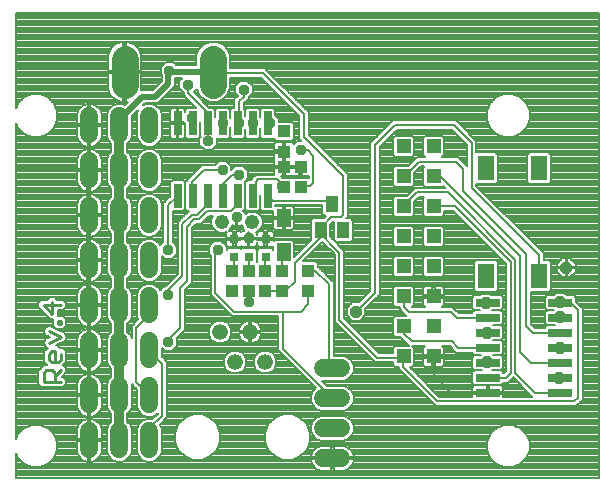
<source format=gbr>
G75*
G70*
%OFA0B0*%
%FSLAX24Y24*%
%IPPOS*%
%LPD*%
%AMOC8*
5,1,8,0,0,1.08239X$1,22.5*
%
%ADD10C,0.0110*%
%ADD11C,0.0525*%
%ADD12C,0.0600*%
%ADD13R,0.0260X0.0800*%
%ADD14R,0.0433X0.0394*%
%ADD15R,0.0472X0.0591*%
%ADD16C,0.0886*%
%ADD17R,0.0315X0.0315*%
%ADD18R,0.0394X0.0551*%
%ADD19R,0.0480X0.0480*%
%ADD20R,0.0800X0.0260*%
%ADD21R,0.0551X0.0827*%
%ADD22C,0.0480*%
%ADD23C,0.0118*%
%ADD24C,0.0079*%
%ADD25OC8,0.0354*%
%ADD26OC8,0.0394*%
%ADD27C,0.0320*%
%ADD28C,0.0197*%
%ADD29R,0.0394X0.0394*%
D10*
X001299Y005795D02*
X001299Y006090D01*
X001397Y006189D01*
X001594Y006189D01*
X001693Y006090D01*
X001693Y005795D01*
X001889Y005795D02*
X001299Y005795D01*
X001693Y005992D02*
X001889Y006189D01*
X001791Y006440D02*
X001594Y006440D01*
X001496Y006538D01*
X001496Y006735D01*
X001594Y006833D01*
X001693Y006833D01*
X001693Y006440D01*
X001791Y006440D02*
X001889Y006538D01*
X001889Y006735D01*
X001496Y007084D02*
X001889Y007281D01*
X001496Y007478D01*
X001791Y007729D02*
X001791Y007827D01*
X001889Y007827D01*
X001889Y007729D01*
X001791Y007729D01*
X001594Y008051D02*
X001594Y008445D01*
X001889Y008346D02*
X001299Y008346D01*
X001594Y008051D01*
D11*
X007183Y007454D03*
X008183Y007454D03*
X007683Y006454D03*
X008683Y006454D03*
D12*
X010628Y006251D02*
X011228Y006251D01*
X011228Y005251D02*
X010628Y005251D01*
X010628Y004251D02*
X011228Y004251D01*
X011228Y003251D02*
X010628Y003251D01*
X004819Y003549D02*
X004819Y004149D01*
X004819Y005049D02*
X004819Y005649D01*
X003819Y005649D02*
X003819Y005049D01*
X003819Y004149D02*
X003819Y003549D01*
X002819Y003549D02*
X002819Y004149D01*
X002819Y005049D02*
X002819Y005649D01*
X002819Y006549D02*
X002819Y007149D01*
X002819Y008049D02*
X002819Y008649D01*
X002819Y009549D02*
X002819Y010149D01*
X002819Y011049D02*
X002819Y011649D01*
X002819Y012549D02*
X002819Y013149D01*
X002820Y014049D02*
X002820Y014649D01*
X003820Y014649D02*
X003820Y014049D01*
X003819Y013149D02*
X003819Y012549D01*
X004819Y012549D02*
X004819Y013149D01*
X004820Y014049D02*
X004820Y014649D01*
X004819Y011649D02*
X004819Y011049D01*
X004819Y010149D02*
X004819Y009549D01*
X003819Y009549D02*
X003819Y010149D01*
X003819Y011049D02*
X003819Y011649D01*
X003819Y008649D02*
X003819Y008049D01*
X003819Y007149D02*
X003819Y006549D01*
X004819Y006549D02*
X004819Y007149D01*
X004819Y008049D02*
X004819Y008649D01*
D13*
X005772Y012000D03*
X006272Y012000D03*
X006772Y012000D03*
X007272Y012000D03*
X007772Y012000D03*
X008272Y012000D03*
X008772Y012000D03*
X008772Y014420D03*
X008272Y014420D03*
X007772Y014420D03*
X007272Y014420D03*
X006772Y014420D03*
X006272Y014420D03*
X005772Y014420D03*
D14*
X009313Y014141D03*
X009313Y013471D03*
X009313Y012960D03*
X009865Y012960D03*
X009865Y012290D03*
X009313Y012290D03*
X009235Y009495D03*
X008683Y009495D03*
X008132Y009495D03*
X007581Y009495D03*
X007581Y008826D03*
X008132Y008826D03*
X008683Y008826D03*
X009235Y008826D03*
X010101Y008826D03*
X010101Y009495D03*
D15*
X009306Y010113D03*
X009306Y011255D03*
D16*
X006955Y015686D02*
X006955Y016572D01*
X004002Y016572D02*
X004002Y015686D01*
D17*
X007660Y010558D03*
X008132Y010558D03*
X008699Y010554D03*
X008699Y009963D03*
X008132Y009967D03*
X007660Y009967D03*
D18*
X010538Y010853D03*
X011286Y010853D03*
X010912Y011719D03*
D19*
X013302Y011645D03*
X014302Y011645D03*
X014302Y012645D03*
X013302Y012645D03*
X013302Y013645D03*
X014302Y013645D03*
X014302Y010645D03*
X013302Y010645D03*
X013302Y009645D03*
X014302Y009645D03*
X014302Y008645D03*
X013302Y008645D03*
X013302Y007645D03*
X014302Y007645D03*
X014302Y006645D03*
X013302Y006645D03*
D20*
X016107Y006428D03*
X016107Y005928D03*
X016107Y005428D03*
X016107Y006928D03*
X016107Y007428D03*
X016107Y007928D03*
X016107Y008428D03*
X018527Y008428D03*
X018527Y007928D03*
X018527Y007428D03*
X018527Y006928D03*
X018527Y006428D03*
X018527Y005928D03*
X018527Y005428D03*
D21*
X017821Y009326D03*
X016050Y009326D03*
X016050Y012908D03*
X017821Y012908D03*
D22*
X008254Y011109D03*
X007254Y011109D03*
D23*
X002784Y012861D02*
X002819Y003849D01*
X002798Y003845D01*
X003819Y003849D02*
X003819Y003627D01*
X003817Y003625D01*
X003819Y003623D01*
X003819Y003599D01*
D24*
X000376Y003413D02*
X000376Y002585D01*
X019825Y002585D01*
X019825Y018097D01*
X000376Y018097D01*
X000376Y014908D01*
X000445Y015074D01*
X000644Y015273D01*
X000905Y015381D01*
X001187Y015381D01*
X001447Y015273D01*
X001646Y015074D01*
X001754Y014813D01*
X001754Y014531D01*
X001646Y014271D01*
X001447Y014071D01*
X001187Y013963D01*
X000905Y013963D01*
X000644Y014071D01*
X000445Y014271D01*
X000376Y014436D01*
X000376Y003884D01*
X000445Y004050D01*
X000644Y004249D01*
X000905Y004357D01*
X001187Y004357D01*
X001447Y004249D01*
X001646Y004050D01*
X001754Y003789D01*
X001754Y003508D01*
X001646Y003247D01*
X001447Y003048D01*
X001187Y002940D01*
X000905Y002940D01*
X000644Y003048D01*
X000445Y003247D01*
X000376Y003413D01*
X000376Y003377D02*
X000391Y003377D01*
X000376Y003300D02*
X000423Y003300D01*
X000469Y003223D02*
X000376Y003223D01*
X000376Y003146D02*
X000546Y003146D01*
X000624Y003068D02*
X000376Y003068D01*
X000376Y002991D02*
X000781Y002991D01*
X000376Y002914D02*
X010373Y002914D01*
X010391Y002896D02*
X010544Y002833D01*
X010888Y002833D01*
X010888Y003211D01*
X010967Y003211D01*
X010967Y002833D01*
X011311Y002833D01*
X011464Y002896D01*
X011582Y003014D01*
X011646Y003168D01*
X011646Y003211D01*
X010967Y003211D01*
X010967Y003290D01*
X011646Y003290D01*
X011646Y003334D01*
X011582Y003488D01*
X011464Y003605D01*
X011311Y003669D01*
X010967Y003669D01*
X010967Y003290D01*
X010888Y003290D01*
X010888Y003211D01*
X010209Y003211D01*
X010209Y003168D01*
X010273Y003014D01*
X010391Y002896D01*
X010296Y002991D02*
X001310Y002991D01*
X001468Y003068D02*
X010251Y003068D01*
X010219Y003146D02*
X004937Y003146D01*
X004902Y003131D02*
X005056Y003195D01*
X005174Y003312D01*
X005237Y003466D01*
X005237Y004232D01*
X005180Y004371D01*
X005416Y004607D01*
X005416Y004737D01*
X005416Y006339D01*
X005416Y006470D01*
X005237Y006648D01*
X005237Y006913D01*
X005333Y006818D01*
X005577Y006818D01*
X005750Y006991D01*
X005750Y007235D01*
X005736Y007250D01*
X006006Y007520D01*
X006006Y007651D01*
X006006Y008859D01*
X006242Y009095D01*
X006242Y009226D01*
X006242Y010906D01*
X006386Y011050D01*
X006544Y011050D01*
X006636Y011142D01*
X006820Y011326D01*
X006964Y011326D01*
X006951Y011312D01*
X006896Y011180D01*
X006896Y011038D01*
X006951Y010906D01*
X007051Y010806D01*
X007183Y010751D01*
X007326Y010751D01*
X007403Y010783D01*
X007384Y010764D01*
X007384Y010597D01*
X007620Y010597D01*
X007620Y010519D01*
X007384Y010519D01*
X007384Y010352D01*
X007453Y010282D01*
X007621Y010282D01*
X007621Y010518D01*
X007699Y010518D01*
X007699Y010282D01*
X007866Y010282D01*
X007896Y010312D01*
X007926Y010282D01*
X008010Y010282D01*
X008122Y010282D01*
X008122Y010518D01*
X008142Y010518D01*
X008142Y010282D01*
X008255Y010282D01*
X008339Y010282D01*
X008408Y010352D01*
X008408Y010436D01*
X008424Y010451D01*
X008424Y010348D01*
X008493Y010278D01*
X008660Y010278D01*
X008660Y010514D01*
X008738Y010514D01*
X008738Y010278D01*
X008906Y010278D01*
X008951Y010324D01*
X008951Y010193D01*
X008906Y010239D01*
X008493Y010239D01*
X008424Y010170D01*
X008424Y009810D01*
X008418Y009810D01*
X008408Y009800D01*
X008408Y010174D01*
X008339Y010243D01*
X007926Y010243D01*
X007896Y010213D01*
X007866Y010243D01*
X007453Y010243D01*
X007404Y010193D01*
X007404Y010306D01*
X007231Y010479D01*
X006986Y010479D01*
X006813Y010306D01*
X006813Y010062D01*
X006872Y010003D01*
X006872Y008832D01*
X006872Y008701D01*
X007502Y008071D01*
X007595Y007979D01*
X009117Y007979D01*
X009117Y006839D01*
X009209Y006747D01*
X010371Y005585D01*
X010273Y005488D01*
X010209Y005334D01*
X010209Y005168D01*
X010273Y005014D01*
X010391Y004896D01*
X010544Y004833D01*
X011311Y004833D01*
X011464Y004896D01*
X011582Y005014D01*
X011646Y005168D01*
X011646Y005334D01*
X011582Y005488D01*
X011464Y005605D01*
X011311Y005669D01*
X010732Y005669D01*
X010568Y005833D01*
X011311Y005833D01*
X011464Y005896D01*
X011582Y006014D01*
X011646Y006168D01*
X011646Y006334D01*
X011582Y006488D01*
X011464Y006605D01*
X011311Y006669D01*
X010967Y006669D01*
X010967Y009107D01*
X010875Y009200D01*
X010435Y009639D01*
X010435Y009741D01*
X010366Y009810D01*
X009949Y009810D01*
X010593Y010453D01*
X011006Y010040D01*
X011006Y007796D01*
X011099Y007704D01*
X012358Y006444D01*
X012489Y006444D01*
X012943Y006444D01*
X012943Y006356D01*
X013013Y006286D01*
X013132Y006286D01*
X013132Y006221D01*
X014366Y004987D01*
X014497Y004987D01*
X019064Y004987D01*
X019156Y005079D01*
X019274Y005197D01*
X019274Y005328D01*
X019274Y008241D01*
X019182Y008334D01*
X019182Y008334D01*
X019045Y008470D01*
X019045Y008607D01*
X018976Y008676D01*
X018747Y008676D01*
X018656Y008767D01*
X018396Y008767D01*
X018305Y008676D01*
X018078Y008676D01*
X018009Y008607D01*
X018009Y008249D01*
X018078Y008180D01*
X018321Y008180D01*
X018317Y008176D01*
X018078Y008176D01*
X018009Y008107D01*
X018009Y007749D01*
X018078Y007680D01*
X018341Y007680D01*
X018344Y007676D01*
X018078Y007676D01*
X018009Y007607D01*
X018009Y007585D01*
X017686Y007585D01*
X017542Y007729D01*
X017542Y008794D01*
X018146Y008794D01*
X018215Y008863D01*
X018215Y009788D01*
X018146Y009857D01*
X017979Y009857D01*
X017979Y009957D01*
X017979Y010088D01*
X015731Y012336D01*
X015731Y012377D01*
X016374Y012377D01*
X016443Y012446D01*
X016443Y013371D01*
X016374Y013440D01*
X015731Y013440D01*
X015731Y013701D01*
X015731Y013832D01*
X015140Y014422D01*
X015048Y014515D01*
X013079Y014515D01*
X012949Y014515D01*
X012280Y013845D01*
X012187Y013753D01*
X012187Y008832D01*
X011807Y008452D01*
X011584Y008452D01*
X011400Y008267D01*
X011400Y008006D01*
X011584Y007822D01*
X011845Y007822D01*
X012030Y008006D01*
X012030Y008229D01*
X012410Y008609D01*
X012502Y008701D01*
X012502Y013623D01*
X013079Y014200D01*
X014917Y014200D01*
X015416Y013701D01*
X015416Y013005D01*
X015219Y013202D01*
X015127Y013294D01*
X014598Y013294D01*
X014660Y013356D01*
X014660Y013933D01*
X014590Y014003D01*
X014013Y014003D01*
X013943Y013933D01*
X013943Y013356D01*
X014005Y013294D01*
X013867Y013294D01*
X013736Y013294D01*
X013445Y013003D01*
X013013Y013003D01*
X012943Y012933D01*
X012943Y012356D01*
X013013Y012286D01*
X013590Y012286D01*
X013660Y012356D01*
X013660Y012772D01*
X013867Y012979D01*
X013989Y012979D01*
X013943Y012933D01*
X013943Y012356D01*
X014013Y012286D01*
X014590Y012286D01*
X014628Y012324D01*
X014681Y012271D01*
X013827Y012271D01*
X013697Y012271D01*
X013429Y012003D01*
X013013Y012003D01*
X012943Y011933D01*
X012943Y011356D01*
X013013Y011286D01*
X013590Y011286D01*
X013660Y011356D01*
X013660Y011788D01*
X013827Y011956D01*
X013966Y011956D01*
X013943Y011933D01*
X013943Y011356D01*
X014013Y011286D01*
X014590Y011286D01*
X014660Y011356D01*
X014660Y011483D01*
X014957Y011483D01*
X016715Y009725D01*
X016715Y006155D01*
X016646Y006085D01*
X016625Y006085D01*
X016625Y006107D01*
X016556Y006176D01*
X016263Y006176D01*
X016267Y006180D01*
X016556Y006180D01*
X016625Y006249D01*
X016625Y006607D01*
X016556Y006676D01*
X016298Y006676D01*
X016294Y006680D01*
X016556Y006680D01*
X016625Y006749D01*
X016625Y007107D01*
X016556Y007176D01*
X016278Y007176D01*
X016282Y007180D01*
X016556Y007180D01*
X016625Y007249D01*
X016625Y007607D01*
X016556Y007676D01*
X016282Y007676D01*
X016278Y007680D01*
X016556Y007680D01*
X016625Y007749D01*
X016625Y008107D01*
X016556Y008176D01*
X016255Y008176D01*
X016259Y008180D01*
X016556Y008180D01*
X016625Y008249D01*
X016625Y008607D01*
X016556Y008676D01*
X016227Y008676D01*
X016176Y008727D01*
X015915Y008727D01*
X015864Y008676D01*
X015658Y008676D01*
X015589Y008607D01*
X015589Y008249D01*
X015658Y008180D01*
X015833Y008180D01*
X015836Y008176D01*
X015658Y008176D01*
X015589Y008107D01*
X015589Y008085D01*
X015138Y008085D01*
X015022Y008202D01*
X014930Y008294D01*
X014598Y008294D01*
X014660Y008356D01*
X014660Y008605D01*
X014341Y008605D01*
X014341Y008684D01*
X014262Y008684D01*
X014262Y008605D01*
X013943Y008605D01*
X013943Y008356D01*
X014005Y008294D01*
X013598Y008294D01*
X013660Y008356D01*
X013660Y008933D01*
X013590Y009003D01*
X013013Y009003D01*
X012943Y008933D01*
X012943Y008356D01*
X013013Y008286D01*
X013172Y008286D01*
X013172Y008229D01*
X013264Y008137D01*
X013398Y008003D01*
X013013Y008003D01*
X012943Y007933D01*
X012943Y007356D01*
X013013Y007286D01*
X013209Y007286D01*
X013264Y007231D01*
X013492Y007003D01*
X013013Y007003D01*
X012943Y006933D01*
X012943Y006759D01*
X012489Y006759D01*
X011321Y007926D01*
X011321Y010040D01*
X011321Y010170D01*
X010853Y010639D01*
X010853Y011028D01*
X010953Y011129D01*
X010971Y011129D01*
X010971Y010529D01*
X011040Y010460D01*
X011532Y010460D01*
X011601Y010529D01*
X011601Y011178D01*
X011532Y011247D01*
X011386Y011247D01*
X011439Y011300D01*
X011439Y012729D01*
X012187Y012729D01*
X012187Y012806D02*
X011363Y012806D01*
X011347Y012822D02*
X011347Y012822D01*
X010140Y014029D01*
X010140Y014646D01*
X010140Y014777D01*
X008762Y016155D01*
X008670Y016247D01*
X007516Y016247D01*
X007516Y016683D01*
X007431Y016889D01*
X007273Y017047D01*
X007067Y017133D01*
X006844Y017133D01*
X006637Y017047D01*
X006479Y016889D01*
X006394Y016683D01*
X006394Y016345D01*
X005735Y016345D01*
X005617Y016463D01*
X005372Y016463D01*
X005199Y016290D01*
X005199Y016046D01*
X005239Y016006D01*
X005239Y015825D01*
X004932Y015519D01*
X004540Y015519D01*
X004563Y015574D01*
X004563Y016089D01*
X004042Y016089D01*
X004042Y015125D01*
X004106Y015125D01*
X004006Y015025D01*
X003904Y015067D01*
X003737Y015067D01*
X003584Y015004D01*
X003466Y014886D01*
X003402Y014732D01*
X003402Y013966D01*
X003466Y013812D01*
X003542Y013737D01*
X003542Y013463D01*
X003465Y013386D01*
X003401Y013232D01*
X003401Y012466D01*
X003465Y012312D01*
X003541Y012236D01*
X003541Y011962D01*
X003465Y011886D01*
X003401Y011732D01*
X003401Y010966D01*
X003465Y010812D01*
X003541Y010736D01*
X003541Y010462D01*
X003465Y010386D01*
X003401Y010232D01*
X003401Y009466D01*
X003465Y009312D01*
X003541Y009236D01*
X003541Y008962D01*
X003465Y008886D01*
X003401Y008732D01*
X003401Y007966D01*
X003465Y007812D01*
X003541Y007736D01*
X003541Y007462D01*
X003465Y007386D01*
X003401Y007232D01*
X003401Y006466D01*
X003465Y006312D01*
X003541Y006236D01*
X003541Y005962D01*
X003465Y005886D01*
X003401Y005732D01*
X003401Y004966D01*
X003465Y004812D01*
X003541Y004736D01*
X003541Y004462D01*
X003465Y004386D01*
X003401Y004232D01*
X003401Y003466D01*
X003465Y003312D01*
X003582Y003195D01*
X003736Y003131D01*
X003902Y003131D01*
X004056Y003195D01*
X004174Y003312D01*
X004237Y003466D01*
X004237Y004232D01*
X004174Y004386D01*
X004097Y004462D01*
X004097Y004736D01*
X004174Y004812D01*
X004237Y004966D01*
X004237Y005709D01*
X004327Y005619D01*
X004401Y005545D01*
X004401Y004966D01*
X004465Y004812D01*
X004582Y004695D01*
X004736Y004631D01*
X004902Y004631D01*
X005056Y004695D01*
X005101Y004740D01*
X005101Y004737D01*
X004923Y004559D01*
X004902Y004567D01*
X004736Y004567D01*
X004582Y004504D01*
X004465Y004386D01*
X004401Y004232D01*
X004401Y003466D01*
X004465Y003312D01*
X004582Y003195D01*
X004736Y003131D01*
X004902Y003131D01*
X004701Y003146D02*
X003937Y003146D01*
X004084Y003223D02*
X004554Y003223D01*
X004477Y003300D02*
X004161Y003300D01*
X004201Y003377D02*
X004438Y003377D01*
X004406Y003455D02*
X004233Y003455D01*
X004237Y003532D02*
X004401Y003532D01*
X004401Y003609D02*
X004237Y003609D01*
X004237Y003687D02*
X004401Y003687D01*
X004401Y003764D02*
X004237Y003764D01*
X004237Y003841D02*
X004401Y003841D01*
X004401Y003918D02*
X004237Y003918D01*
X004237Y003996D02*
X004401Y003996D01*
X004401Y004073D02*
X004237Y004073D01*
X004237Y004150D02*
X004401Y004150D01*
X004401Y004228D02*
X004237Y004228D01*
X004207Y004305D02*
X004431Y004305D01*
X004463Y004382D02*
X004175Y004382D01*
X004100Y004459D02*
X004538Y004459D01*
X004662Y004537D02*
X004097Y004537D01*
X004097Y004614D02*
X004977Y004614D01*
X005047Y004691D02*
X005055Y004691D01*
X005258Y004672D02*
X004825Y004239D01*
X004825Y003855D01*
X004819Y003849D01*
X005237Y003841D02*
X005675Y003841D01*
X005675Y003803D02*
X005791Y003524D01*
X006004Y003311D01*
X006283Y003196D01*
X006584Y003196D01*
X006863Y003311D01*
X007076Y003524D01*
X007192Y003803D01*
X007192Y004104D01*
X007076Y004383D01*
X006863Y004596D01*
X006584Y004712D01*
X006283Y004712D01*
X006004Y004596D01*
X005791Y004383D01*
X005675Y004104D01*
X005675Y003803D01*
X005691Y003764D02*
X005237Y003764D01*
X005237Y003687D02*
X005724Y003687D01*
X005756Y003609D02*
X005237Y003609D01*
X005237Y003532D02*
X005787Y003532D01*
X005860Y003455D02*
X005233Y003455D01*
X005201Y003377D02*
X005938Y003377D01*
X006030Y003300D02*
X005161Y003300D01*
X005084Y003223D02*
X006217Y003223D01*
X006650Y003223D02*
X009217Y003223D01*
X009283Y003196D02*
X009584Y003196D01*
X009863Y003311D01*
X010076Y003524D01*
X010192Y003803D01*
X010192Y004104D01*
X010076Y004383D01*
X009863Y004596D01*
X009584Y004712D01*
X009283Y004712D01*
X009004Y004596D01*
X008791Y004383D01*
X008675Y004104D01*
X008675Y003803D01*
X008791Y003524D01*
X009004Y003311D01*
X009283Y003196D01*
X009030Y003300D02*
X006837Y003300D01*
X006929Y003377D02*
X008938Y003377D01*
X008860Y003455D02*
X007007Y003455D01*
X007079Y003532D02*
X008787Y003532D01*
X008756Y003609D02*
X007111Y003609D01*
X007143Y003687D02*
X008724Y003687D01*
X008691Y003764D02*
X007175Y003764D01*
X007192Y003841D02*
X008675Y003841D01*
X008675Y003918D02*
X007192Y003918D01*
X007192Y003996D02*
X008675Y003996D01*
X008675Y004073D02*
X007192Y004073D01*
X007173Y004150D02*
X008694Y004150D01*
X008726Y004228D02*
X007141Y004228D01*
X007109Y004305D02*
X008758Y004305D01*
X008790Y004382D02*
X007077Y004382D01*
X007000Y004459D02*
X008867Y004459D01*
X008944Y004537D02*
X006923Y004537D01*
X006820Y004614D02*
X009047Y004614D01*
X009233Y004691D02*
X006634Y004691D01*
X006233Y004691D02*
X005416Y004691D01*
X005416Y004614D02*
X006047Y004614D01*
X005944Y004537D02*
X005345Y004537D01*
X005268Y004459D02*
X005867Y004459D01*
X005790Y004382D02*
X005191Y004382D01*
X005207Y004305D02*
X005758Y004305D01*
X005726Y004228D02*
X005237Y004228D01*
X005237Y004150D02*
X005694Y004150D01*
X005675Y004073D02*
X005237Y004073D01*
X005237Y003996D02*
X005675Y003996D01*
X005675Y003918D02*
X005237Y003918D01*
X005258Y004672D02*
X005258Y006404D01*
X004819Y006843D01*
X004819Y006849D01*
X005237Y006855D02*
X005295Y006855D01*
X005237Y006778D02*
X007472Y006778D01*
X007468Y006776D02*
X007361Y006669D01*
X007303Y006529D01*
X007303Y006378D01*
X007361Y006238D01*
X007468Y006131D01*
X007608Y006073D01*
X007759Y006073D01*
X007899Y006131D01*
X008006Y006238D01*
X008064Y006378D01*
X008064Y006529D01*
X008006Y006669D01*
X007899Y006776D01*
X007759Y006834D01*
X007608Y006834D01*
X007468Y006776D01*
X007392Y006701D02*
X005237Y006701D01*
X005262Y006623D02*
X007342Y006623D01*
X007310Y006546D02*
X005339Y006546D01*
X005416Y006469D02*
X007303Y006469D01*
X007303Y006391D02*
X005416Y006391D01*
X005416Y006314D02*
X007329Y006314D01*
X007362Y006237D02*
X005416Y006237D01*
X005416Y006160D02*
X007439Y006160D01*
X007585Y006082D02*
X005416Y006082D01*
X005416Y006005D02*
X009951Y006005D01*
X010028Y005928D02*
X005416Y005928D01*
X005416Y005850D02*
X010105Y005850D01*
X010183Y005773D02*
X005416Y005773D01*
X005416Y005696D02*
X010260Y005696D01*
X010337Y005619D02*
X005416Y005619D01*
X005416Y005541D02*
X010327Y005541D01*
X010263Y005464D02*
X005416Y005464D01*
X005416Y005387D02*
X010231Y005387D01*
X010209Y005309D02*
X005416Y005309D01*
X005416Y005232D02*
X010209Y005232D01*
X010215Y005155D02*
X005416Y005155D01*
X005416Y005078D02*
X010247Y005078D01*
X010287Y005000D02*
X005416Y005000D01*
X005416Y004923D02*
X010364Y004923D01*
X010513Y004846D02*
X005416Y004846D01*
X005416Y004769D02*
X019825Y004769D01*
X019825Y004846D02*
X011342Y004846D01*
X011491Y004923D02*
X019825Y004923D01*
X019825Y005000D02*
X019077Y005000D01*
X019154Y005078D02*
X019825Y005078D01*
X019825Y005155D02*
X019231Y005155D01*
X019274Y005232D02*
X019825Y005232D01*
X019825Y005309D02*
X019274Y005309D01*
X019274Y005387D02*
X019825Y005387D01*
X019825Y005464D02*
X019274Y005464D01*
X019274Y005541D02*
X019825Y005541D01*
X019825Y005619D02*
X019274Y005619D01*
X019274Y005696D02*
X019825Y005696D01*
X019825Y005773D02*
X019274Y005773D01*
X019274Y005850D02*
X019825Y005850D01*
X019825Y005928D02*
X019274Y005928D01*
X019274Y006005D02*
X019825Y006005D01*
X019825Y006082D02*
X019274Y006082D01*
X019274Y006160D02*
X019825Y006160D01*
X019825Y006237D02*
X019274Y006237D01*
X019274Y006314D02*
X019825Y006314D01*
X019825Y006391D02*
X019274Y006391D01*
X019274Y006469D02*
X019825Y006469D01*
X019825Y006546D02*
X019274Y006546D01*
X019274Y006623D02*
X019825Y006623D01*
X019825Y006701D02*
X019274Y006701D01*
X019274Y006778D02*
X019825Y006778D01*
X019825Y006855D02*
X019274Y006855D01*
X019274Y006932D02*
X019825Y006932D01*
X019825Y007010D02*
X019274Y007010D01*
X019274Y007087D02*
X019825Y007087D01*
X019825Y007164D02*
X019274Y007164D01*
X019274Y007242D02*
X019825Y007242D01*
X019825Y007319D02*
X019274Y007319D01*
X019274Y007396D02*
X019825Y007396D01*
X019825Y007473D02*
X019274Y007473D01*
X019274Y007551D02*
X019825Y007551D01*
X019825Y007628D02*
X019274Y007628D01*
X019274Y007705D02*
X019825Y007705D01*
X019825Y007783D02*
X019274Y007783D01*
X019274Y007860D02*
X019825Y007860D01*
X019825Y007937D02*
X019274Y007937D01*
X019274Y008014D02*
X019825Y008014D01*
X019825Y008092D02*
X019274Y008092D01*
X019274Y008169D02*
X019825Y008169D01*
X019825Y008246D02*
X019269Y008246D01*
X019192Y008324D02*
X019825Y008324D01*
X019825Y008401D02*
X019114Y008401D01*
X019045Y008478D02*
X019825Y008478D01*
X019825Y008555D02*
X019045Y008555D01*
X019020Y008633D02*
X019825Y008633D01*
X019825Y008710D02*
X018713Y008710D01*
X018565Y008452D02*
X018527Y008414D01*
X018879Y008414D01*
X019117Y008176D01*
X019117Y005263D01*
X018998Y005145D01*
X014431Y005145D01*
X013290Y006286D01*
X013290Y006601D01*
X012424Y006601D01*
X011164Y007861D01*
X011164Y010105D01*
X010416Y010853D01*
X010538Y010853D01*
X010538Y010771D01*
X010613Y010696D01*
X009668Y009751D01*
X009668Y009121D01*
X009392Y008845D01*
X009235Y008845D01*
X009215Y008826D01*
X008683Y008826D01*
X008132Y008826D02*
X008132Y008452D01*
X008132Y008826D01*
X007581Y008845D02*
X007581Y008826D01*
X007581Y008767D01*
X007173Y008401D02*
X006006Y008401D01*
X006006Y008478D02*
X007096Y008478D01*
X007018Y008555D02*
X006006Y008555D01*
X006006Y008633D02*
X006941Y008633D01*
X006872Y008710D02*
X006006Y008710D01*
X006006Y008787D02*
X006872Y008787D01*
X006872Y008865D02*
X006012Y008865D01*
X006089Y008942D02*
X006872Y008942D01*
X006872Y009019D02*
X006166Y009019D01*
X006242Y009096D02*
X006872Y009096D01*
X006872Y009174D02*
X006242Y009174D01*
X006242Y009251D02*
X006872Y009251D01*
X006872Y009328D02*
X006242Y009328D01*
X006242Y009406D02*
X006872Y009406D01*
X006872Y009483D02*
X006242Y009483D01*
X006242Y009560D02*
X006872Y009560D01*
X006872Y009637D02*
X006242Y009637D01*
X006242Y009715D02*
X006872Y009715D01*
X006872Y009792D02*
X006242Y009792D01*
X006242Y009869D02*
X006872Y009869D01*
X006872Y009946D02*
X006242Y009946D01*
X006242Y010024D02*
X006851Y010024D01*
X006813Y010101D02*
X006242Y010101D01*
X006242Y010178D02*
X006813Y010178D01*
X006813Y010256D02*
X006242Y010256D01*
X006242Y010333D02*
X006840Y010333D01*
X006917Y010410D02*
X006242Y010410D01*
X006242Y010487D02*
X007384Y010487D01*
X007384Y010410D02*
X007300Y010410D01*
X007377Y010333D02*
X007403Y010333D01*
X007404Y010256D02*
X008951Y010256D01*
X008738Y010333D02*
X008660Y010333D01*
X008660Y010410D02*
X008738Y010410D01*
X008738Y010487D02*
X008660Y010487D01*
X008660Y010515D02*
X008428Y010515D01*
X008428Y010568D01*
X008172Y010568D01*
X008172Y010587D01*
X008428Y010587D01*
X008428Y010593D01*
X008660Y010593D01*
X008660Y010515D01*
X008660Y010565D02*
X008428Y010565D01*
X008424Y010704D02*
X008408Y010720D01*
X008408Y010764D01*
X008393Y010779D01*
X008457Y010806D01*
X008558Y010906D01*
X008612Y011038D01*
X008612Y011180D01*
X008558Y011312D01*
X008457Y011413D01*
X008326Y011467D01*
X008183Y011467D01*
X008051Y011413D01*
X008034Y011395D01*
X008034Y011409D01*
X007956Y011486D01*
X008020Y011551D01*
X008020Y012448D01*
X008000Y012469D01*
X008113Y012581D01*
X008113Y012826D01*
X007940Y012999D01*
X007695Y012999D01*
X007561Y012865D01*
X007561Y012983D01*
X007388Y013156D01*
X007144Y013156D01*
X007006Y013019D01*
X006701Y013019D01*
X006571Y013019D01*
X006177Y012625D01*
X006085Y012533D01*
X006085Y012509D01*
X006024Y012448D01*
X006024Y011551D01*
X006093Y011481D01*
X006136Y011481D01*
X005862Y011208D01*
X005770Y011115D01*
X005770Y009383D01*
X005390Y009003D01*
X005370Y008983D01*
X005333Y008983D01*
X005192Y008842D01*
X005174Y008886D01*
X005056Y009004D01*
X004902Y009067D01*
X004736Y009067D01*
X004582Y009004D01*
X004465Y008886D01*
X004401Y008732D01*
X004401Y007966D01*
X004439Y007875D01*
X004235Y007670D01*
X004235Y007540D01*
X004235Y007239D01*
X004174Y007386D01*
X004097Y007462D01*
X004097Y007736D01*
X004174Y007812D01*
X004237Y007966D01*
X004237Y008732D01*
X004174Y008886D01*
X004097Y008962D01*
X004097Y009236D01*
X004174Y009312D01*
X004237Y009466D01*
X004237Y010232D01*
X004174Y010386D01*
X004097Y010462D01*
X004097Y010736D01*
X004174Y010812D01*
X004237Y010966D01*
X004237Y011732D01*
X004174Y011886D01*
X004097Y011962D01*
X004097Y012236D01*
X004174Y012312D01*
X004237Y012466D01*
X004237Y013232D01*
X004174Y013386D01*
X004098Y013462D01*
X004098Y013736D01*
X004175Y013812D01*
X004239Y013966D01*
X004239Y014645D01*
X004457Y014864D01*
X004402Y014732D01*
X004402Y013966D01*
X004466Y013812D01*
X004584Y013695D01*
X004737Y013631D01*
X004904Y013631D01*
X005057Y013695D01*
X005175Y013812D01*
X005239Y013966D01*
X005239Y014732D01*
X005175Y014886D01*
X005057Y015004D01*
X004904Y015067D01*
X004737Y015067D01*
X004606Y015013D01*
X004679Y015086D01*
X004932Y015086D01*
X005112Y015086D01*
X005545Y015519D01*
X005672Y015645D01*
X005672Y015912D01*
X005923Y015912D01*
X005829Y015818D01*
X005829Y015573D01*
X005967Y015436D01*
X005967Y015355D01*
X006059Y015263D01*
X006384Y014938D01*
X006093Y014938D01*
X006024Y014868D01*
X006024Y014792D01*
X006020Y014789D01*
X006020Y014868D01*
X005951Y014938D01*
X005798Y014938D01*
X005798Y014445D01*
X005973Y014445D01*
X006024Y014394D01*
X006024Y013971D01*
X006093Y013901D01*
X006451Y013901D01*
X006520Y013971D01*
X006520Y014453D01*
X006524Y014457D01*
X006524Y013971D01*
X006532Y013962D01*
X006498Y013928D01*
X006498Y013684D01*
X006671Y013511D01*
X006916Y013511D01*
X007089Y013684D01*
X007089Y013906D01*
X007093Y013901D01*
X007451Y013901D01*
X007520Y013971D01*
X007520Y014272D01*
X007524Y014276D01*
X007524Y013971D01*
X007593Y013901D01*
X007951Y013901D01*
X008020Y013971D01*
X008020Y014221D01*
X008024Y014225D01*
X008024Y013971D01*
X008093Y013901D01*
X008451Y013901D01*
X008520Y013971D01*
X008520Y014249D01*
X008524Y014253D01*
X008524Y013971D01*
X008593Y013901D01*
X008951Y013901D01*
X008979Y013929D01*
X008979Y013895D01*
X009048Y013826D01*
X009579Y013826D01*
X009648Y013895D01*
X009648Y014386D01*
X009579Y014456D01*
X009136Y014456D01*
X009136Y014558D01*
X009020Y014674D01*
X009020Y014868D01*
X008951Y014938D01*
X008593Y014938D01*
X008524Y014868D01*
X008524Y014619D01*
X008520Y014623D01*
X008520Y014868D01*
X008451Y014938D01*
X008093Y014938D01*
X008024Y014868D01*
X008024Y014647D01*
X008020Y014651D01*
X008020Y014868D01*
X007975Y014914D01*
X007975Y015079D01*
X008040Y015145D01*
X008132Y015237D01*
X008132Y015278D01*
X008270Y015416D01*
X008270Y015661D01*
X008097Y015834D01*
X007852Y015834D01*
X007680Y015661D01*
X007680Y015416D01*
X007773Y015323D01*
X007660Y015210D01*
X007660Y015079D01*
X007660Y014938D01*
X007593Y014938D01*
X007524Y014868D01*
X007524Y014596D01*
X007520Y014599D01*
X007520Y014868D01*
X007451Y014938D01*
X007093Y014938D01*
X007024Y014868D01*
X007024Y014611D01*
X007020Y014607D01*
X007020Y014868D01*
X006951Y014938D01*
X006830Y014938D01*
X006307Y015460D01*
X006402Y015556D01*
X006479Y015368D01*
X006637Y015210D01*
X006844Y015125D01*
X007067Y015125D01*
X007273Y015210D01*
X007431Y015368D01*
X007516Y015574D01*
X007516Y015932D01*
X008539Y015932D01*
X009825Y014646D01*
X009825Y013898D01*
X009898Y013826D01*
X009742Y013826D01*
X009641Y013724D01*
X009579Y013786D01*
X009353Y013786D01*
X009353Y013511D01*
X009274Y013511D01*
X009274Y013786D01*
X009048Y013786D01*
X008979Y013717D01*
X008979Y013511D01*
X009274Y013511D01*
X009274Y013432D01*
X008979Y013432D01*
X008979Y013226D01*
X008989Y013215D01*
X008979Y013205D01*
X008979Y012999D01*
X009274Y012999D01*
X009274Y013274D01*
X009274Y013432D01*
X009353Y013432D01*
X009353Y013274D01*
X009353Y012999D01*
X009648Y012999D01*
X009825Y012999D01*
X009825Y012920D01*
X009648Y012920D01*
X009353Y012920D01*
X009353Y012999D01*
X009274Y012999D01*
X009274Y012920D01*
X009353Y012920D01*
X009353Y012645D01*
X009579Y012645D01*
X009589Y012655D01*
X009599Y012645D01*
X009825Y012645D01*
X009825Y012920D01*
X009904Y012920D01*
X009904Y012645D01*
X010130Y012645D01*
X010140Y012655D01*
X010140Y012595D01*
X010130Y012605D01*
X009599Y012605D01*
X009589Y012595D01*
X009579Y012605D01*
X009357Y012605D01*
X009241Y012605D01*
X009201Y012645D01*
X009274Y012645D01*
X009274Y012920D01*
X008979Y012920D01*
X008979Y012714D01*
X008989Y012704D01*
X008382Y012704D01*
X008290Y012611D01*
X008211Y012533D01*
X008211Y012518D01*
X008093Y012518D01*
X008024Y012448D01*
X008024Y011551D01*
X008093Y011481D01*
X008451Y011481D01*
X008520Y011551D01*
X008520Y012025D01*
X008524Y012029D01*
X008524Y011551D01*
X008593Y011481D01*
X008951Y011481D01*
X008951Y011482D01*
X008951Y011294D01*
X009266Y011294D01*
X009266Y011215D01*
X009345Y011215D01*
X009345Y010841D01*
X009591Y010841D01*
X009660Y010911D01*
X009660Y011215D01*
X009345Y011215D01*
X009345Y011294D01*
X009660Y011294D01*
X009660Y011599D01*
X009591Y011668D01*
X009345Y011668D01*
X009345Y011294D01*
X009266Y011294D01*
X009266Y011668D01*
X009020Y011668D01*
X009020Y011680D01*
X010597Y011680D01*
X010597Y011395D01*
X010666Y011326D01*
X010705Y011326D01*
X010626Y011247D01*
X010292Y011247D01*
X010223Y011178D01*
X010223Y010529D01*
X009660Y009966D01*
X009660Y010457D01*
X009591Y010526D01*
X009020Y010526D01*
X008975Y010481D01*
X008975Y010515D01*
X008739Y010515D01*
X008739Y010593D01*
X008975Y010593D01*
X008975Y010760D01*
X008906Y010830D01*
X008738Y010830D01*
X008738Y010594D01*
X008660Y010594D01*
X008660Y010830D01*
X008493Y010830D01*
X008424Y010760D01*
X008424Y010704D01*
X008424Y010719D02*
X008408Y010719D01*
X008436Y010797D02*
X008460Y010797D01*
X008526Y010874D02*
X008988Y010874D01*
X009020Y010841D02*
X009266Y010841D01*
X009266Y011215D01*
X008951Y011215D01*
X008951Y010911D01*
X009020Y010841D01*
X008939Y010797D02*
X010223Y010797D01*
X010223Y010874D02*
X009623Y010874D01*
X009660Y010951D02*
X010223Y010951D01*
X010223Y011028D02*
X009660Y011028D01*
X009660Y011106D02*
X010223Y011106D01*
X010228Y011183D02*
X009660Y011183D01*
X009660Y011338D02*
X010654Y011338D01*
X010640Y011260D02*
X009345Y011260D01*
X009345Y011183D02*
X009266Y011183D01*
X009266Y011106D02*
X009345Y011106D01*
X009345Y011028D02*
X009266Y011028D01*
X009266Y010951D02*
X009345Y010951D01*
X009345Y010874D02*
X009266Y010874D01*
X008975Y010719D02*
X010223Y010719D01*
X010223Y010642D02*
X008975Y010642D01*
X008975Y010487D02*
X008981Y010487D01*
X009306Y010113D02*
X009313Y010105D01*
X009235Y010026D01*
X009235Y009495D01*
X008683Y009495D02*
X008683Y009948D01*
X008699Y009963D01*
X008424Y009946D02*
X008408Y009946D01*
X008408Y009869D02*
X008424Y009869D01*
X008408Y009800D02*
X008408Y009800D01*
X008408Y010024D02*
X008424Y010024D01*
X008424Y010101D02*
X008408Y010101D01*
X008403Y010178D02*
X008432Y010178D01*
X008438Y010333D02*
X008389Y010333D01*
X008408Y010410D02*
X008424Y010410D01*
X008142Y010410D02*
X008122Y010410D01*
X008122Y010333D02*
X008142Y010333D01*
X008142Y010487D02*
X008122Y010487D01*
X008093Y010568D02*
X008093Y010587D01*
X007837Y010587D01*
X007837Y010597D01*
X007699Y010597D01*
X007699Y010519D01*
X007837Y010519D01*
X007837Y010568D01*
X008093Y010568D01*
X008122Y010597D02*
X008142Y010597D01*
X008142Y010768D01*
X008122Y010776D01*
X008122Y010597D01*
X008122Y010642D02*
X008142Y010642D01*
X008142Y010719D02*
X008122Y010719D01*
X007997Y010860D02*
X007971Y010834D01*
X007926Y010834D01*
X007896Y010804D01*
X007866Y010834D01*
X007699Y010834D01*
X007699Y010597D01*
X007621Y010597D01*
X007621Y010834D01*
X007485Y010834D01*
X007558Y010906D01*
X007600Y011008D01*
X007616Y010991D01*
X007729Y010991D01*
X007729Y011276D01*
X007748Y011276D01*
X007748Y010991D01*
X007861Y010991D01*
X007900Y011030D01*
X007951Y010906D01*
X007997Y010860D01*
X007983Y010874D02*
X007525Y010874D01*
X007576Y010951D02*
X007932Y010951D01*
X007900Y011028D02*
X007898Y011028D01*
X007748Y011028D02*
X007729Y011028D01*
X007729Y011106D02*
X007748Y011106D01*
X007748Y011183D02*
X007729Y011183D01*
X007729Y011260D02*
X007748Y011260D01*
X007542Y011483D02*
X006754Y011483D01*
X006479Y011208D01*
X006321Y011208D01*
X006085Y010971D01*
X006085Y009160D01*
X005849Y008924D01*
X005849Y007586D01*
X005455Y007192D01*
X005455Y007113D01*
X005750Y007087D02*
X007074Y007087D01*
X007108Y007073D02*
X007259Y007073D01*
X007399Y007131D01*
X007506Y007238D01*
X007564Y007378D01*
X007564Y007529D01*
X007506Y007669D01*
X007399Y007776D01*
X007259Y007834D01*
X007108Y007834D01*
X006968Y007776D01*
X006861Y007669D01*
X006803Y007529D01*
X006803Y007378D01*
X006861Y007238D01*
X006968Y007131D01*
X007108Y007073D01*
X007293Y007087D02*
X008074Y007087D01*
X008108Y007073D02*
X008144Y007073D01*
X008144Y007414D01*
X008223Y007414D01*
X008223Y007493D01*
X008564Y007493D01*
X008564Y007529D01*
X008506Y007669D01*
X008399Y007776D01*
X008259Y007834D01*
X008223Y007834D01*
X008223Y007493D01*
X008144Y007493D01*
X008144Y007414D01*
X007803Y007414D01*
X007803Y007378D01*
X007861Y007238D01*
X007968Y007131D01*
X008108Y007073D01*
X008144Y007087D02*
X008223Y007087D01*
X008223Y007073D02*
X008259Y007073D01*
X008399Y007131D01*
X008506Y007238D01*
X008564Y007378D01*
X008564Y007414D01*
X008223Y007414D01*
X008223Y007073D01*
X008293Y007087D02*
X009117Y007087D01*
X009117Y007164D02*
X008432Y007164D01*
X008508Y007242D02*
X009117Y007242D01*
X009117Y007319D02*
X008540Y007319D01*
X008564Y007396D02*
X009117Y007396D01*
X009117Y007473D02*
X008223Y007473D01*
X008223Y007396D02*
X008144Y007396D01*
X008144Y007319D02*
X008223Y007319D01*
X008223Y007242D02*
X008144Y007242D01*
X008144Y007164D02*
X008223Y007164D01*
X007934Y007164D02*
X007432Y007164D01*
X007508Y007242D02*
X007859Y007242D01*
X007827Y007319D02*
X007540Y007319D01*
X007564Y007396D02*
X007803Y007396D01*
X007803Y007493D02*
X008144Y007493D01*
X008144Y007834D01*
X008108Y007834D01*
X007968Y007776D01*
X007861Y007669D01*
X007803Y007529D01*
X007803Y007493D01*
X007812Y007551D02*
X007555Y007551D01*
X007564Y007473D02*
X008144Y007473D01*
X008144Y007551D02*
X008223Y007551D01*
X008223Y007628D02*
X008144Y007628D01*
X008144Y007705D02*
X008223Y007705D01*
X008223Y007783D02*
X008144Y007783D01*
X007983Y007783D02*
X007384Y007783D01*
X007470Y007705D02*
X007897Y007705D01*
X007844Y007628D02*
X007523Y007628D01*
X007559Y008014D02*
X006006Y008014D01*
X006006Y007937D02*
X009117Y007937D01*
X009117Y007860D02*
X006006Y007860D01*
X006006Y007783D02*
X006983Y007783D01*
X006897Y007705D02*
X006006Y007705D01*
X006006Y007628D02*
X006844Y007628D01*
X006812Y007551D02*
X006006Y007551D01*
X005959Y007473D02*
X006803Y007473D01*
X006803Y007396D02*
X005882Y007396D01*
X005805Y007319D02*
X006827Y007319D01*
X006859Y007242D02*
X005744Y007242D01*
X005750Y007164D02*
X006934Y007164D01*
X007895Y006778D02*
X008472Y006778D01*
X008468Y006776D02*
X008361Y006669D01*
X008303Y006529D01*
X008303Y006378D01*
X008361Y006238D01*
X008468Y006131D01*
X008608Y006073D01*
X008759Y006073D01*
X008899Y006131D01*
X009006Y006238D01*
X009064Y006378D01*
X009064Y006529D01*
X009006Y006669D01*
X008899Y006776D01*
X008759Y006834D01*
X008608Y006834D01*
X008468Y006776D01*
X008392Y006701D02*
X007975Y006701D01*
X008025Y006623D02*
X008342Y006623D01*
X008310Y006546D02*
X008057Y006546D01*
X008064Y006469D02*
X008303Y006469D01*
X008303Y006391D02*
X008064Y006391D01*
X008038Y006314D02*
X008329Y006314D01*
X008362Y006237D02*
X008005Y006237D01*
X007928Y006160D02*
X008439Y006160D01*
X008585Y006082D02*
X007782Y006082D01*
X008782Y006082D02*
X009873Y006082D01*
X009796Y006160D02*
X008928Y006160D01*
X009005Y006237D02*
X009719Y006237D01*
X009642Y006314D02*
X009038Y006314D01*
X009064Y006391D02*
X009564Y006391D01*
X009487Y006469D02*
X009064Y006469D01*
X009057Y006546D02*
X009410Y006546D01*
X009332Y006623D02*
X009025Y006623D01*
X008975Y006701D02*
X009255Y006701D01*
X009178Y006778D02*
X008895Y006778D01*
X009117Y006855D02*
X005615Y006855D01*
X005692Y006932D02*
X009117Y006932D01*
X009117Y007010D02*
X005750Y007010D01*
X004786Y007999D02*
X004786Y008373D01*
X004796Y008373D01*
X004819Y008349D01*
X004786Y007999D02*
X004392Y007605D01*
X004392Y006050D01*
X004392Y005776D01*
X004819Y005349D01*
X004401Y005387D02*
X004237Y005387D01*
X004237Y005464D02*
X004401Y005464D01*
X004401Y005541D02*
X004237Y005541D01*
X004237Y005619D02*
X004327Y005619D01*
X004250Y005696D02*
X004237Y005696D01*
X004237Y005309D02*
X004401Y005309D01*
X004401Y005232D02*
X004237Y005232D01*
X004237Y005155D02*
X004401Y005155D01*
X004401Y005078D02*
X004237Y005078D01*
X004237Y005000D02*
X004401Y005000D01*
X004419Y004923D02*
X004220Y004923D01*
X004187Y004846D02*
X004451Y004846D01*
X004509Y004769D02*
X004130Y004769D01*
X004097Y004691D02*
X004591Y004691D01*
X003541Y004691D02*
X003047Y004691D01*
X003056Y004695D02*
X003174Y004812D01*
X003237Y004966D01*
X003237Y005310D01*
X002859Y005310D01*
X002859Y005389D01*
X002780Y005389D01*
X002780Y006067D01*
X002736Y006067D01*
X002582Y006004D01*
X002465Y005886D01*
X002401Y005732D01*
X002401Y005389D01*
X002780Y005389D01*
X002780Y005310D01*
X002401Y005310D01*
X002401Y004966D01*
X002465Y004812D01*
X002582Y004695D01*
X002736Y004631D01*
X002780Y004631D01*
X002780Y005310D01*
X002859Y005310D01*
X002859Y004631D01*
X002902Y004631D01*
X003056Y004695D01*
X003130Y004769D02*
X003509Y004769D01*
X003451Y004846D02*
X003187Y004846D01*
X003220Y004923D02*
X003419Y004923D01*
X003401Y005000D02*
X003237Y005000D01*
X003237Y005078D02*
X003401Y005078D01*
X003401Y005155D02*
X003237Y005155D01*
X003237Y005232D02*
X003401Y005232D01*
X003401Y005309D02*
X003237Y005309D01*
X003237Y005389D02*
X003237Y005732D01*
X003174Y005886D01*
X003056Y006004D01*
X002902Y006067D01*
X002859Y006067D01*
X002859Y005389D01*
X003237Y005389D01*
X003237Y005464D02*
X003401Y005464D01*
X003401Y005387D02*
X002859Y005387D01*
X002859Y005464D02*
X002780Y005464D01*
X002780Y005387D02*
X000376Y005387D01*
X000376Y005464D02*
X002401Y005464D01*
X002401Y005541D02*
X000376Y005541D01*
X000376Y005619D02*
X002401Y005619D01*
X002401Y005696D02*
X002035Y005696D01*
X002063Y005723D02*
X002063Y005867D01*
X001961Y005968D01*
X001914Y005968D01*
X002063Y006117D01*
X002063Y006261D01*
X001961Y006362D01*
X001958Y006362D01*
X001964Y006368D01*
X002063Y006466D01*
X002063Y006610D01*
X002063Y006807D01*
X001961Y006908D01*
X001863Y006908D01*
X001764Y007006D01*
X001727Y007006D01*
X001956Y007121D01*
X002012Y007139D01*
X002018Y007152D01*
X002031Y007158D01*
X002050Y007215D01*
X002076Y007268D01*
X002072Y007281D01*
X002076Y007294D01*
X002050Y007347D01*
X002031Y007404D01*
X002019Y007410D01*
X002012Y007423D01*
X001956Y007441D01*
X001727Y007556D01*
X001818Y007556D01*
X001961Y007556D01*
X002063Y007657D01*
X002063Y007899D01*
X001961Y008000D01*
X001818Y008000D01*
X001767Y008000D01*
X001767Y008173D01*
X001961Y008173D01*
X002063Y008274D01*
X002063Y008418D01*
X001961Y008519D01*
X001764Y008519D01*
X001666Y008618D01*
X001523Y008618D01*
X001424Y008519D01*
X001371Y008519D01*
X001227Y008519D01*
X001126Y008418D01*
X001126Y008274D01*
X001421Y007979D01*
X001523Y007878D01*
X001618Y007878D01*
X001618Y007755D01*
X001618Y007657D01*
X001712Y007563D01*
X001509Y007665D01*
X001373Y007619D01*
X001309Y007491D01*
X001354Y007355D01*
X001502Y007281D01*
X001354Y007207D01*
X001309Y007071D01*
X001373Y006943D01*
X001437Y006921D01*
X001421Y006905D01*
X001323Y006807D01*
X001323Y006663D01*
X001323Y006466D01*
X001388Y006401D01*
X001424Y006365D01*
X001424Y006365D01*
X001427Y006362D01*
X001326Y006362D01*
X001326Y006362D01*
X001260Y006296D01*
X001224Y006261D01*
X001224Y006260D01*
X001192Y006228D01*
X001126Y006162D01*
X001126Y006019D01*
X001126Y005723D01*
X001227Y005622D01*
X001371Y005622D01*
X001621Y005622D01*
X001764Y005622D01*
X001961Y005622D01*
X002063Y005723D01*
X002063Y005773D02*
X002418Y005773D01*
X002450Y005850D02*
X002063Y005850D01*
X002002Y005928D02*
X002506Y005928D01*
X002586Y006005D02*
X001950Y006005D01*
X002028Y006082D02*
X003541Y006082D01*
X003541Y006005D02*
X003053Y006005D01*
X003132Y005928D02*
X003506Y005928D01*
X003450Y005850D02*
X003188Y005850D01*
X003221Y005773D02*
X003418Y005773D01*
X003401Y005696D02*
X003237Y005696D01*
X003237Y005619D02*
X003401Y005619D01*
X003401Y005541D02*
X003237Y005541D01*
X002859Y005541D02*
X002780Y005541D01*
X002780Y005619D02*
X002859Y005619D01*
X002859Y005696D02*
X002780Y005696D01*
X002780Y005773D02*
X002859Y005773D01*
X002859Y005850D02*
X002780Y005850D01*
X002780Y005928D02*
X002859Y005928D01*
X002859Y006005D02*
X002780Y006005D01*
X002780Y006131D02*
X002780Y006810D01*
X002401Y006810D01*
X002401Y006466D01*
X002465Y006312D01*
X002582Y006195D01*
X002736Y006131D01*
X002780Y006131D01*
X002780Y006160D02*
X002859Y006160D01*
X002859Y006131D02*
X002902Y006131D01*
X003056Y006195D01*
X003174Y006312D01*
X003237Y006466D01*
X003237Y006810D01*
X002859Y006810D01*
X002859Y006889D01*
X002780Y006889D01*
X002780Y007567D01*
X002736Y007567D01*
X002582Y007504D01*
X002465Y007386D01*
X002401Y007232D01*
X002401Y006889D01*
X002780Y006889D01*
X002780Y006810D01*
X002859Y006810D01*
X002859Y006131D01*
X002859Y006237D02*
X002780Y006237D01*
X002780Y006314D02*
X002859Y006314D01*
X002859Y006391D02*
X002780Y006391D01*
X002780Y006469D02*
X002859Y006469D01*
X002859Y006546D02*
X002780Y006546D01*
X002780Y006623D02*
X002859Y006623D01*
X002859Y006701D02*
X002780Y006701D01*
X002780Y006778D02*
X002859Y006778D01*
X002859Y006855D02*
X003401Y006855D01*
X003401Y006778D02*
X003237Y006778D01*
X003237Y006701D02*
X003401Y006701D01*
X003401Y006623D02*
X003237Y006623D01*
X003237Y006546D02*
X003401Y006546D01*
X003401Y006469D02*
X003237Y006469D01*
X003206Y006391D02*
X003432Y006391D01*
X003464Y006314D02*
X003174Y006314D01*
X003098Y006237D02*
X003540Y006237D01*
X003541Y006160D02*
X002971Y006160D01*
X002667Y006160D02*
X002063Y006160D01*
X002063Y006237D02*
X002540Y006237D01*
X002464Y006314D02*
X002009Y006314D01*
X001988Y006391D02*
X002432Y006391D01*
X002401Y006469D02*
X002063Y006469D01*
X002063Y006546D02*
X002401Y006546D01*
X002401Y006623D02*
X002063Y006623D01*
X002063Y006701D02*
X002401Y006701D01*
X002401Y006778D02*
X002063Y006778D01*
X002014Y006855D02*
X002780Y006855D01*
X002780Y006932D02*
X002859Y006932D01*
X002859Y006889D02*
X002859Y007567D01*
X002902Y007567D01*
X003056Y007504D01*
X003174Y007386D01*
X003237Y007232D01*
X003237Y006889D01*
X002859Y006889D01*
X002859Y007010D02*
X002780Y007010D01*
X002780Y007087D02*
X002859Y007087D01*
X002859Y007164D02*
X002780Y007164D01*
X002780Y007242D02*
X002859Y007242D01*
X002859Y007319D02*
X002780Y007319D01*
X002780Y007396D02*
X002859Y007396D01*
X002859Y007473D02*
X002780Y007473D01*
X002780Y007551D02*
X002859Y007551D01*
X002859Y007631D02*
X002902Y007631D01*
X003056Y007695D01*
X003174Y007812D01*
X003237Y007966D01*
X003237Y008310D01*
X002859Y008310D01*
X002859Y008389D01*
X002780Y008389D01*
X002780Y009067D01*
X002736Y009067D01*
X002582Y009004D01*
X002465Y008886D01*
X002401Y008732D01*
X002401Y008389D01*
X002780Y008389D01*
X002780Y008310D01*
X002401Y008310D01*
X002401Y007966D01*
X002465Y007812D01*
X002582Y007695D01*
X002736Y007631D01*
X002780Y007631D01*
X002780Y008310D01*
X002859Y008310D01*
X002859Y007631D01*
X002859Y007705D02*
X002780Y007705D01*
X002780Y007783D02*
X002859Y007783D01*
X002859Y007860D02*
X002780Y007860D01*
X002780Y007937D02*
X002859Y007937D01*
X002859Y008014D02*
X002780Y008014D01*
X002780Y008092D02*
X002859Y008092D01*
X002859Y008169D02*
X002780Y008169D01*
X002780Y008246D02*
X002859Y008246D01*
X002859Y008324D02*
X003401Y008324D01*
X003401Y008401D02*
X003237Y008401D01*
X003237Y008389D02*
X003237Y008732D01*
X003174Y008886D01*
X003056Y009004D01*
X002902Y009067D01*
X002859Y009067D01*
X002859Y008389D01*
X003237Y008389D01*
X003237Y008478D02*
X003401Y008478D01*
X003401Y008555D02*
X003237Y008555D01*
X003237Y008633D02*
X003401Y008633D01*
X003401Y008710D02*
X003237Y008710D01*
X003215Y008787D02*
X003424Y008787D01*
X003456Y008865D02*
X003183Y008865D01*
X003118Y008942D02*
X003521Y008942D01*
X003541Y009019D02*
X003019Y009019D01*
X003005Y009174D02*
X003541Y009174D01*
X003541Y009096D02*
X000376Y009096D01*
X000376Y009019D02*
X002620Y009019D01*
X002521Y008942D02*
X000376Y008942D01*
X000376Y008865D02*
X002456Y008865D01*
X002424Y008787D02*
X000376Y008787D01*
X000376Y008710D02*
X002401Y008710D01*
X002401Y008633D02*
X000376Y008633D01*
X000376Y008555D02*
X001460Y008555D01*
X001728Y008555D02*
X002401Y008555D01*
X002401Y008478D02*
X002002Y008478D01*
X002063Y008401D02*
X002401Y008401D01*
X002401Y008246D02*
X002034Y008246D01*
X002063Y008324D02*
X002780Y008324D01*
X002780Y008401D02*
X002859Y008401D01*
X002859Y008478D02*
X002780Y008478D01*
X002780Y008555D02*
X002859Y008555D01*
X002859Y008633D02*
X002780Y008633D01*
X002780Y008710D02*
X002859Y008710D01*
X002859Y008787D02*
X002780Y008787D01*
X002780Y008865D02*
X002859Y008865D01*
X002859Y008942D02*
X002780Y008942D01*
X002780Y009019D02*
X002859Y009019D01*
X002859Y009131D02*
X002902Y009131D01*
X003056Y009195D01*
X003174Y009312D01*
X003237Y009466D01*
X003237Y009810D01*
X002859Y009810D01*
X002859Y009889D01*
X002780Y009889D01*
X002780Y010567D01*
X002736Y010567D01*
X002582Y010504D01*
X002465Y010386D01*
X002401Y010232D01*
X002401Y009889D01*
X002780Y009889D01*
X002780Y009810D01*
X002401Y009810D01*
X002401Y009466D01*
X002465Y009312D01*
X002582Y009195D01*
X002736Y009131D01*
X002780Y009131D01*
X002780Y009810D01*
X002859Y009810D01*
X002859Y009131D01*
X002859Y009174D02*
X002780Y009174D01*
X002780Y009251D02*
X002859Y009251D01*
X002859Y009328D02*
X002780Y009328D01*
X002780Y009406D02*
X002859Y009406D01*
X002859Y009483D02*
X002780Y009483D01*
X002780Y009560D02*
X002859Y009560D01*
X002859Y009637D02*
X002780Y009637D01*
X002780Y009715D02*
X002859Y009715D01*
X002859Y009792D02*
X002780Y009792D01*
X002780Y009869D02*
X000376Y009869D01*
X000376Y009792D02*
X002401Y009792D01*
X002401Y009715D02*
X000376Y009715D01*
X000376Y009637D02*
X002401Y009637D01*
X002401Y009560D02*
X000376Y009560D01*
X000376Y009483D02*
X002401Y009483D01*
X002426Y009406D02*
X000376Y009406D01*
X000376Y009328D02*
X002458Y009328D01*
X002526Y009251D02*
X000376Y009251D01*
X000376Y009174D02*
X002634Y009174D01*
X003112Y009251D02*
X003526Y009251D01*
X003458Y009328D02*
X003180Y009328D01*
X003212Y009406D02*
X003426Y009406D01*
X003401Y009483D02*
X003237Y009483D01*
X003237Y009560D02*
X003401Y009560D01*
X003401Y009637D02*
X003237Y009637D01*
X003237Y009715D02*
X003401Y009715D01*
X003401Y009792D02*
X003237Y009792D01*
X003237Y009889D02*
X003237Y010232D01*
X003174Y010386D01*
X003056Y010504D01*
X002902Y010567D01*
X002859Y010567D01*
X002859Y009889D01*
X003237Y009889D01*
X003237Y009946D02*
X003401Y009946D01*
X003401Y009869D02*
X002859Y009869D01*
X002859Y009946D02*
X002780Y009946D01*
X002780Y010024D02*
X002859Y010024D01*
X002859Y010101D02*
X002780Y010101D01*
X002780Y010178D02*
X002859Y010178D01*
X002859Y010256D02*
X002780Y010256D01*
X002780Y010333D02*
X002859Y010333D01*
X002859Y010410D02*
X002780Y010410D01*
X002780Y010487D02*
X002859Y010487D01*
X002859Y010565D02*
X002780Y010565D01*
X002730Y010565D02*
X000376Y010565D01*
X000376Y010642D02*
X002710Y010642D01*
X002736Y010631D02*
X002582Y010695D01*
X002465Y010812D01*
X002401Y010966D01*
X002401Y011310D01*
X002780Y011310D01*
X002780Y011389D01*
X002780Y012067D01*
X002736Y012067D01*
X002582Y012004D01*
X002465Y011886D01*
X002401Y011732D01*
X002401Y011389D01*
X002780Y011389D01*
X002859Y011389D01*
X002859Y012067D01*
X002902Y012067D01*
X003056Y012004D01*
X003174Y011886D01*
X003237Y011732D01*
X003237Y011389D01*
X002859Y011389D01*
X002859Y011310D01*
X003237Y011310D01*
X003237Y010966D01*
X003174Y010812D01*
X003056Y010695D01*
X002902Y010631D01*
X002859Y010631D01*
X002859Y011310D01*
X002780Y011310D01*
X002780Y010631D01*
X002736Y010631D01*
X002780Y010642D02*
X002859Y010642D01*
X002929Y010642D02*
X003541Y010642D01*
X003541Y010565D02*
X002909Y010565D01*
X002859Y010719D02*
X002780Y010719D01*
X002780Y010797D02*
X002859Y010797D01*
X002859Y010874D02*
X002780Y010874D01*
X002780Y010951D02*
X002859Y010951D01*
X002859Y011028D02*
X002780Y011028D01*
X002780Y011106D02*
X002859Y011106D01*
X002859Y011183D02*
X002780Y011183D01*
X002780Y011260D02*
X002859Y011260D01*
X002859Y011338D02*
X003401Y011338D01*
X003401Y011415D02*
X003237Y011415D01*
X003237Y011492D02*
X003401Y011492D01*
X003401Y011569D02*
X003237Y011569D01*
X003237Y011647D02*
X003401Y011647D01*
X003401Y011724D02*
X003237Y011724D01*
X003209Y011801D02*
X003430Y011801D01*
X003462Y011879D02*
X003177Y011879D01*
X003104Y011956D02*
X003535Y011956D01*
X003541Y012033D02*
X002985Y012033D01*
X002859Y012033D02*
X002780Y012033D01*
X002780Y011956D02*
X002859Y011956D01*
X002859Y011879D02*
X002780Y011879D01*
X002780Y011801D02*
X002859Y011801D01*
X002859Y011724D02*
X002780Y011724D01*
X002780Y011647D02*
X002859Y011647D01*
X002859Y011569D02*
X002780Y011569D01*
X002780Y011492D02*
X002859Y011492D01*
X002859Y011415D02*
X002780Y011415D01*
X002819Y011349D02*
X002819Y011347D01*
X002817Y011345D01*
X002819Y011347D02*
X002819Y012849D01*
X002790Y012849D01*
X002778Y012861D01*
X002778Y012861D01*
X002784Y012861D01*
X002784Y014284D01*
X002849Y014349D01*
X002820Y014349D01*
X002849Y014349D02*
X002857Y014357D01*
X002860Y014352D02*
X003402Y014352D01*
X003402Y014429D02*
X003239Y014429D01*
X003239Y014389D02*
X003239Y014732D01*
X003175Y014886D01*
X003057Y015004D01*
X002904Y015067D01*
X002860Y015067D01*
X002860Y014389D01*
X002781Y014389D01*
X002781Y015067D01*
X002737Y015067D01*
X002584Y015004D01*
X002466Y014886D01*
X002402Y014732D01*
X002402Y014389D01*
X002781Y014389D01*
X002781Y014310D01*
X002402Y014310D01*
X002402Y013966D01*
X002466Y013812D01*
X002584Y013695D01*
X002737Y013631D01*
X002781Y013631D01*
X002781Y014310D01*
X002860Y014310D01*
X002860Y014389D01*
X003239Y014389D01*
X003239Y014310D02*
X002860Y014310D01*
X002860Y013631D01*
X002904Y013631D01*
X003057Y013695D01*
X003175Y013812D01*
X003239Y013966D01*
X003239Y014310D01*
X003239Y014274D02*
X003402Y014274D01*
X003402Y014197D02*
X003239Y014197D01*
X003239Y014120D02*
X003402Y014120D01*
X003402Y014043D02*
X003239Y014043D01*
X003238Y013965D02*
X003403Y013965D01*
X003435Y013888D02*
X003206Y013888D01*
X003173Y013811D02*
X003468Y013811D01*
X003542Y013733D02*
X003096Y013733D01*
X002964Y013656D02*
X003542Y013656D01*
X003542Y013579D02*
X000376Y013579D01*
X000376Y013656D02*
X002677Y013656D01*
X002781Y013656D02*
X002860Y013656D01*
X002860Y013733D02*
X002781Y013733D01*
X002781Y013811D02*
X002860Y013811D01*
X002860Y013888D02*
X002781Y013888D01*
X002781Y013965D02*
X002860Y013965D01*
X002860Y014043D02*
X002781Y014043D01*
X002781Y014120D02*
X002860Y014120D01*
X002860Y014197D02*
X002781Y014197D01*
X002781Y014274D02*
X002860Y014274D01*
X002781Y014352D02*
X001680Y014352D01*
X001712Y014429D02*
X002402Y014429D01*
X002402Y014506D02*
X001744Y014506D01*
X001754Y014584D02*
X002402Y014584D01*
X002402Y014661D02*
X001754Y014661D01*
X001754Y014738D02*
X002405Y014738D01*
X002437Y014815D02*
X001753Y014815D01*
X001721Y014893D02*
X002473Y014893D01*
X002550Y014970D02*
X001689Y014970D01*
X001657Y015047D02*
X002689Y015047D01*
X002781Y015047D02*
X002860Y015047D01*
X002860Y014970D02*
X002781Y014970D01*
X002781Y014893D02*
X002860Y014893D01*
X002860Y014815D02*
X002781Y014815D01*
X002781Y014738D02*
X002860Y014738D01*
X002860Y014661D02*
X002781Y014661D01*
X002781Y014584D02*
X002860Y014584D01*
X002860Y014506D02*
X002781Y014506D01*
X002781Y014429D02*
X002860Y014429D01*
X003239Y014506D02*
X003402Y014506D01*
X003402Y014584D02*
X003239Y014584D01*
X003239Y014661D02*
X003402Y014661D01*
X003405Y014738D02*
X003236Y014738D01*
X003204Y014815D02*
X003437Y014815D01*
X003473Y014893D02*
X003168Y014893D01*
X003091Y014970D02*
X003550Y014970D01*
X003689Y015047D02*
X002952Y015047D01*
X003527Y015368D02*
X003685Y015210D01*
X003891Y015125D01*
X003963Y015125D01*
X003963Y016089D01*
X004042Y016089D01*
X004042Y016168D01*
X004563Y016168D01*
X004563Y016683D01*
X004478Y016889D01*
X004320Y017047D01*
X004114Y017133D01*
X004042Y017133D01*
X004042Y016168D01*
X003963Y016168D01*
X003963Y016089D01*
X003441Y016089D01*
X003441Y015574D01*
X003527Y015368D01*
X003539Y015356D02*
X001246Y015356D01*
X001432Y015279D02*
X003616Y015279D01*
X003705Y015202D02*
X001518Y015202D01*
X001595Y015124D02*
X004105Y015124D01*
X004042Y015202D02*
X003963Y015202D01*
X003963Y015279D02*
X004042Y015279D01*
X004042Y015356D02*
X003963Y015356D01*
X003963Y015434D02*
X004042Y015434D01*
X004042Y015511D02*
X003963Y015511D01*
X003963Y015588D02*
X004042Y015588D01*
X004042Y015665D02*
X003963Y015665D01*
X003963Y015743D02*
X004042Y015743D01*
X004042Y015820D02*
X003963Y015820D01*
X003963Y015897D02*
X004042Y015897D01*
X004042Y015975D02*
X003963Y015975D01*
X003963Y016052D02*
X004042Y016052D01*
X004042Y016129D02*
X005199Y016129D01*
X005199Y016052D02*
X004563Y016052D01*
X004563Y015975D02*
X005239Y015975D01*
X005239Y015897D02*
X004563Y015897D01*
X004563Y015820D02*
X005234Y015820D01*
X005157Y015743D02*
X004563Y015743D01*
X004563Y015665D02*
X005079Y015665D01*
X005002Y015588D02*
X004563Y015588D01*
X004640Y015047D02*
X004689Y015047D01*
X004437Y014815D02*
X004408Y014815D01*
X004405Y014738D02*
X004331Y014738D01*
X004402Y014661D02*
X004254Y014661D01*
X004239Y014584D02*
X004402Y014584D01*
X004402Y014506D02*
X004239Y014506D01*
X004239Y014429D02*
X004402Y014429D01*
X004402Y014352D02*
X004239Y014352D01*
X004239Y014274D02*
X004402Y014274D01*
X004402Y014197D02*
X004239Y014197D01*
X004239Y014120D02*
X004402Y014120D01*
X004402Y014043D02*
X004239Y014043D01*
X004238Y013965D02*
X004403Y013965D01*
X004435Y013888D02*
X004206Y013888D01*
X004173Y013811D02*
X004468Y013811D01*
X004545Y013733D02*
X004098Y013733D01*
X004098Y013656D02*
X004677Y013656D01*
X004736Y013567D02*
X004582Y013504D01*
X004465Y013386D01*
X004401Y013232D01*
X004401Y012466D01*
X004465Y012312D01*
X004582Y012195D01*
X004736Y012131D01*
X004902Y012131D01*
X005056Y012195D01*
X005174Y012312D01*
X005237Y012466D01*
X005237Y013232D01*
X005174Y013386D01*
X005056Y013504D01*
X004902Y013567D01*
X004736Y013567D01*
X004580Y013502D02*
X004098Y013502D01*
X004098Y013579D02*
X006603Y013579D01*
X006526Y013656D02*
X004964Y013656D01*
X005096Y013733D02*
X006498Y013733D01*
X006498Y013811D02*
X005173Y013811D01*
X005206Y013888D02*
X006498Y013888D01*
X006515Y013965D02*
X006529Y013965D01*
X006520Y014043D02*
X006524Y014043D01*
X006520Y014120D02*
X006524Y014120D01*
X006520Y014197D02*
X006524Y014197D01*
X006520Y014274D02*
X006524Y014274D01*
X006520Y014352D02*
X006524Y014352D01*
X006520Y014429D02*
X006524Y014429D01*
X006321Y014436D02*
X006243Y014593D01*
X006321Y014436D02*
X006321Y014420D01*
X006272Y014420D01*
X006020Y014394D02*
X005798Y014394D01*
X005798Y014445D01*
X005746Y014445D01*
X005746Y014394D01*
X005524Y014394D01*
X005524Y013971D01*
X005593Y013901D01*
X005746Y013901D01*
X005746Y014394D01*
X005798Y014394D01*
X005798Y013901D01*
X005951Y013901D01*
X006020Y013971D01*
X006020Y014394D01*
X006020Y014352D02*
X006024Y014352D01*
X006020Y014274D02*
X006024Y014274D01*
X006020Y014197D02*
X006024Y014197D01*
X006020Y014120D02*
X006024Y014120D01*
X006020Y014043D02*
X006024Y014043D01*
X006015Y013965D02*
X006029Y013965D01*
X005798Y013965D02*
X005746Y013965D01*
X005746Y014043D02*
X005798Y014043D01*
X005798Y014120D02*
X005746Y014120D01*
X005746Y014197D02*
X005798Y014197D01*
X005798Y014274D02*
X005746Y014274D01*
X005746Y014352D02*
X005798Y014352D01*
X005798Y014429D02*
X005989Y014429D01*
X005798Y014506D02*
X005746Y014506D01*
X005746Y014445D02*
X005746Y014938D01*
X005593Y014938D01*
X005524Y014868D01*
X005524Y014445D01*
X005746Y014445D01*
X005746Y014429D02*
X005239Y014429D01*
X005239Y014506D02*
X005524Y014506D01*
X005524Y014584D02*
X005239Y014584D01*
X005239Y014661D02*
X005524Y014661D01*
X005524Y014738D02*
X005236Y014738D01*
X005204Y014815D02*
X005524Y014815D01*
X005548Y014893D02*
X005168Y014893D01*
X005091Y014970D02*
X006352Y014970D01*
X006275Y015047D02*
X004952Y015047D01*
X005151Y015124D02*
X006197Y015124D01*
X006120Y015202D02*
X005228Y015202D01*
X005305Y015279D02*
X006043Y015279D01*
X005967Y015356D02*
X005383Y015356D01*
X005460Y015434D02*
X005967Y015434D01*
X005892Y015511D02*
X005537Y015511D01*
X005614Y015588D02*
X005829Y015588D01*
X005829Y015665D02*
X005672Y015665D01*
X005672Y015743D02*
X005829Y015743D01*
X005831Y015820D02*
X005672Y015820D01*
X005672Y015897D02*
X005908Y015897D01*
X006124Y015696D02*
X006124Y015420D01*
X006794Y014751D01*
X006794Y014515D01*
X006772Y014493D01*
X006772Y014420D01*
X006772Y013828D01*
X006794Y013806D01*
X007089Y013811D02*
X009727Y013811D01*
X009650Y013733D02*
X009632Y013733D01*
X009641Y013888D02*
X009835Y013888D01*
X009825Y013965D02*
X009648Y013965D01*
X009648Y014043D02*
X009825Y014043D01*
X009825Y014120D02*
X009648Y014120D01*
X009648Y014197D02*
X009825Y014197D01*
X009825Y014274D02*
X009648Y014274D01*
X009648Y014352D02*
X009825Y014352D01*
X009825Y014429D02*
X009605Y014429D01*
X009825Y014506D02*
X009136Y014506D01*
X009111Y014584D02*
X009825Y014584D01*
X009811Y014661D02*
X009034Y014661D01*
X009020Y014738D02*
X009733Y014738D01*
X009656Y014815D02*
X009020Y014815D01*
X008996Y014893D02*
X009579Y014893D01*
X009502Y014970D02*
X007975Y014970D01*
X007975Y015047D02*
X009424Y015047D01*
X009347Y015124D02*
X008020Y015124D01*
X008097Y015202D02*
X009270Y015202D01*
X009192Y015279D02*
X008133Y015279D01*
X008210Y015356D02*
X009115Y015356D01*
X009038Y015434D02*
X008270Y015434D01*
X008270Y015511D02*
X008961Y015511D01*
X008883Y015588D02*
X008270Y015588D01*
X008265Y015665D02*
X008806Y015665D01*
X008729Y015743D02*
X008188Y015743D01*
X008111Y015820D02*
X008651Y015820D01*
X008574Y015897D02*
X007516Y015897D01*
X007516Y015820D02*
X007839Y015820D01*
X007762Y015743D02*
X007516Y015743D01*
X007516Y015665D02*
X007684Y015665D01*
X007680Y015588D02*
X007516Y015588D01*
X007490Y015511D02*
X007680Y015511D01*
X007680Y015434D02*
X007458Y015434D01*
X007419Y015356D02*
X007739Y015356D01*
X007729Y015279D02*
X007342Y015279D01*
X007252Y015202D02*
X007660Y015202D01*
X007660Y015124D02*
X006643Y015124D01*
X006658Y015202D02*
X006565Y015202D01*
X006569Y015279D02*
X006488Y015279D01*
X006491Y015356D02*
X006411Y015356D01*
X006452Y015434D02*
X006334Y015434D01*
X006357Y015511D02*
X006420Y015511D01*
X006720Y015047D02*
X007660Y015047D01*
X007660Y014970D02*
X006797Y014970D01*
X006996Y014893D02*
X007048Y014893D01*
X007024Y014815D02*
X007020Y014815D01*
X007020Y014738D02*
X007024Y014738D01*
X007020Y014661D02*
X007024Y014661D01*
X007266Y014436D02*
X007266Y014425D01*
X007272Y014420D01*
X007266Y014414D01*
X007266Y014278D01*
X007522Y014274D02*
X007524Y014274D01*
X007520Y014197D02*
X007524Y014197D01*
X007520Y014120D02*
X007524Y014120D01*
X007520Y014043D02*
X007524Y014043D01*
X007515Y013965D02*
X007529Y013965D01*
X007089Y013888D02*
X008986Y013888D01*
X008995Y013733D02*
X007089Y013733D01*
X007061Y013656D02*
X008979Y013656D01*
X008979Y013579D02*
X006984Y013579D01*
X007103Y013115D02*
X005237Y013115D01*
X005237Y013038D02*
X007025Y013038D01*
X007266Y012861D02*
X006636Y012861D01*
X006243Y012467D01*
X006243Y011995D01*
X006272Y011965D01*
X006272Y012000D01*
X006272Y011965D02*
X006321Y011916D01*
X006024Y011879D02*
X006020Y011879D01*
X006020Y011956D02*
X006024Y011956D01*
X006020Y012033D02*
X006024Y012033D01*
X006020Y012110D02*
X006024Y012110D01*
X006020Y012188D02*
X006024Y012188D01*
X006020Y012265D02*
X006024Y012265D01*
X006020Y012342D02*
X006024Y012342D01*
X006020Y012420D02*
X006024Y012420D01*
X006020Y012448D02*
X005951Y012518D01*
X005593Y012518D01*
X005524Y012448D01*
X005524Y011974D01*
X005390Y011840D01*
X005390Y011840D01*
X005298Y011748D01*
X005298Y010444D01*
X005193Y010339D01*
X005174Y010386D01*
X005056Y010504D01*
X004902Y010567D01*
X004736Y010567D01*
X004582Y010504D01*
X004465Y010386D01*
X004401Y010232D01*
X004401Y009466D01*
X004465Y009312D01*
X004582Y009195D01*
X004736Y009131D01*
X004902Y009131D01*
X005056Y009195D01*
X005174Y009312D01*
X005237Y009466D01*
X005237Y009984D01*
X005333Y009889D01*
X005577Y009889D01*
X005750Y010062D01*
X005750Y010306D01*
X005613Y010444D01*
X005613Y011481D01*
X005951Y011481D01*
X006020Y011551D01*
X006020Y012448D01*
X005972Y012497D02*
X006072Y012497D01*
X006127Y012574D02*
X005237Y012574D01*
X005237Y012497D02*
X005572Y012497D01*
X005524Y012420D02*
X005218Y012420D01*
X005186Y012342D02*
X005524Y012342D01*
X005524Y012265D02*
X005126Y012265D01*
X005039Y012188D02*
X005524Y012188D01*
X005524Y012110D02*
X004097Y012110D01*
X004097Y012033D02*
X004654Y012033D01*
X004582Y012004D02*
X004465Y011886D01*
X004401Y011732D01*
X004401Y010966D01*
X004465Y010812D01*
X004582Y010695D01*
X004736Y010631D01*
X004902Y010631D01*
X005056Y010695D01*
X005174Y010812D01*
X005237Y010966D01*
X005237Y011732D01*
X005174Y011886D01*
X005056Y012004D01*
X004902Y012067D01*
X004736Y012067D01*
X004582Y012004D01*
X004535Y011956D02*
X004104Y011956D01*
X004177Y011879D02*
X004462Y011879D01*
X004430Y011801D02*
X004209Y011801D01*
X004237Y011724D02*
X004401Y011724D01*
X004401Y011647D02*
X004237Y011647D01*
X004237Y011569D02*
X004401Y011569D01*
X004401Y011492D02*
X004237Y011492D01*
X004237Y011415D02*
X004401Y011415D01*
X004401Y011338D02*
X004237Y011338D01*
X004237Y011260D02*
X004401Y011260D01*
X004401Y011183D02*
X004237Y011183D01*
X004237Y011106D02*
X004401Y011106D01*
X004401Y011028D02*
X004237Y011028D01*
X004231Y010951D02*
X004407Y010951D01*
X004439Y010874D02*
X004199Y010874D01*
X004158Y010797D02*
X004481Y010797D01*
X004558Y010719D02*
X004097Y010719D01*
X004097Y010642D02*
X004710Y010642D01*
X004730Y010565D02*
X004097Y010565D01*
X004097Y010487D02*
X004566Y010487D01*
X004489Y010410D02*
X004150Y010410D01*
X004196Y010333D02*
X004443Y010333D01*
X004411Y010256D02*
X004228Y010256D01*
X004237Y010178D02*
X004401Y010178D01*
X004401Y010101D02*
X004237Y010101D01*
X004237Y010024D02*
X004401Y010024D01*
X004401Y009946D02*
X004237Y009946D01*
X004237Y009869D02*
X004401Y009869D01*
X004401Y009792D02*
X004237Y009792D01*
X004237Y009715D02*
X004401Y009715D01*
X004401Y009637D02*
X004237Y009637D01*
X004237Y009560D02*
X004401Y009560D01*
X004401Y009483D02*
X004237Y009483D01*
X004212Y009406D02*
X004426Y009406D01*
X004458Y009328D02*
X004180Y009328D01*
X004112Y009251D02*
X004526Y009251D01*
X004634Y009174D02*
X004097Y009174D01*
X004097Y009096D02*
X005483Y009096D01*
X005406Y009019D02*
X005019Y009019D01*
X005118Y008942D02*
X005292Y008942D01*
X005214Y008865D02*
X005183Y008865D01*
X005455Y008845D02*
X005455Y008688D01*
X005455Y008845D02*
X005928Y009318D01*
X005928Y011050D01*
X006243Y011365D01*
X006400Y011365D01*
X006772Y011737D01*
X006772Y012000D01*
X007266Y011995D02*
X007266Y012389D01*
X007581Y012704D01*
X007817Y012704D01*
X008028Y012497D02*
X008072Y012497D01*
X008105Y012574D02*
X008253Y012574D01*
X008330Y012651D02*
X008113Y012651D01*
X008113Y012729D02*
X008979Y012729D01*
X008979Y012806D02*
X008113Y012806D01*
X008055Y012883D02*
X008979Y012883D01*
X008979Y013038D02*
X007507Y013038D01*
X007561Y012961D02*
X007657Y012961D01*
X007579Y012883D02*
X007561Y012883D01*
X007430Y013115D02*
X008979Y013115D01*
X008979Y013192D02*
X005237Y013192D01*
X005222Y013270D02*
X008979Y013270D01*
X008979Y013347D02*
X005190Y013347D01*
X005136Y013424D02*
X008979Y013424D01*
X009274Y013424D02*
X009353Y013424D01*
X009313Y013471D02*
X009313Y012960D01*
X009313Y012940D01*
X009274Y012961D02*
X007978Y012961D01*
X008447Y012546D02*
X009077Y012546D01*
X009235Y012389D01*
X009235Y012310D01*
X009313Y012290D01*
X009274Y012651D02*
X009353Y012651D01*
X009353Y012729D02*
X009274Y012729D01*
X009274Y012806D02*
X009353Y012806D01*
X009353Y012883D02*
X009274Y012883D01*
X009353Y012961D02*
X009825Y012961D01*
X009825Y012883D02*
X009904Y012883D01*
X009904Y012806D02*
X009825Y012806D01*
X009825Y012729D02*
X009904Y012729D01*
X009904Y012651D02*
X009825Y012651D01*
X009592Y012651D02*
X009586Y012651D01*
X009865Y012310D02*
X010180Y012310D01*
X010298Y012428D01*
X010298Y013334D01*
X010101Y013530D01*
X009865Y013530D01*
X010281Y013888D02*
X012322Y013888D01*
X012245Y013811D02*
X010358Y013811D01*
X010435Y013733D02*
X012187Y013733D01*
X012187Y013656D02*
X010513Y013656D01*
X010590Y013579D02*
X012187Y013579D01*
X012187Y013502D02*
X010667Y013502D01*
X010744Y013424D02*
X012187Y013424D01*
X012187Y013347D02*
X010822Y013347D01*
X010899Y013270D02*
X012187Y013270D01*
X012187Y013192D02*
X010976Y013192D01*
X011054Y013115D02*
X012187Y013115D01*
X012187Y013038D02*
X011131Y013038D01*
X011208Y012961D02*
X012187Y012961D01*
X012187Y012883D02*
X011285Y012883D01*
X011347Y012822D02*
X011439Y012729D01*
X011439Y012651D02*
X012187Y012651D01*
X012187Y012574D02*
X011439Y012574D01*
X011439Y012497D02*
X012187Y012497D01*
X012187Y012420D02*
X011439Y012420D01*
X011439Y012342D02*
X012187Y012342D01*
X012187Y012265D02*
X011439Y012265D01*
X011439Y012188D02*
X012187Y012188D01*
X012187Y012110D02*
X011439Y012110D01*
X011439Y012033D02*
X012187Y012033D01*
X012187Y011956D02*
X011439Y011956D01*
X011439Y011879D02*
X012187Y011879D01*
X012187Y011801D02*
X011439Y011801D01*
X011439Y011724D02*
X012187Y011724D01*
X012187Y011647D02*
X011439Y011647D01*
X011439Y011569D02*
X012187Y011569D01*
X012187Y011492D02*
X011439Y011492D01*
X011439Y011415D02*
X012187Y011415D01*
X012187Y011338D02*
X011439Y011338D01*
X011400Y011260D02*
X012187Y011260D01*
X012187Y011183D02*
X011595Y011183D01*
X011601Y011106D02*
X012187Y011106D01*
X012187Y011028D02*
X011601Y011028D01*
X011601Y010951D02*
X012187Y010951D01*
X012187Y010874D02*
X011601Y010874D01*
X011601Y010797D02*
X012187Y010797D01*
X012187Y010719D02*
X011601Y010719D01*
X011601Y010642D02*
X012187Y010642D01*
X012187Y010565D02*
X011601Y010565D01*
X011560Y010487D02*
X012187Y010487D01*
X012187Y010410D02*
X011081Y010410D01*
X011012Y010487D02*
X011004Y010487D01*
X010971Y010565D02*
X010927Y010565D01*
X010971Y010642D02*
X010853Y010642D01*
X010853Y010719D02*
X010971Y010719D01*
X010971Y010797D02*
X010853Y010797D01*
X010853Y010874D02*
X010971Y010874D01*
X010971Y010951D02*
X010853Y010951D01*
X010853Y011028D02*
X010971Y011028D01*
X010971Y011106D02*
X010930Y011106D01*
X010888Y011286D02*
X011203Y011286D01*
X011282Y011365D01*
X011282Y012664D01*
X009983Y013963D01*
X009983Y014711D01*
X008605Y016089D01*
X006951Y016089D01*
X006951Y016125D01*
X006955Y016129D01*
X007516Y016284D02*
X019825Y016284D01*
X019825Y016361D02*
X007516Y016361D01*
X007516Y016438D02*
X019825Y016438D01*
X019825Y016516D02*
X007516Y016516D01*
X007516Y016593D02*
X019825Y016593D01*
X019825Y016670D02*
X007516Y016670D01*
X007490Y016747D02*
X019825Y016747D01*
X019825Y016825D02*
X007458Y016825D01*
X007418Y016902D02*
X019825Y016902D01*
X019825Y016979D02*
X007341Y016979D01*
X007251Y017057D02*
X019825Y017057D01*
X019825Y017134D02*
X000376Y017134D01*
X000376Y017211D02*
X019825Y017211D01*
X019825Y017288D02*
X000376Y017288D01*
X000376Y017366D02*
X019825Y017366D01*
X019825Y017443D02*
X000376Y017443D01*
X000376Y017520D02*
X019825Y017520D01*
X019825Y017598D02*
X000376Y017598D01*
X000376Y017675D02*
X019825Y017675D01*
X019825Y017752D02*
X000376Y017752D01*
X000376Y017829D02*
X019825Y017829D01*
X019825Y017907D02*
X000376Y017907D01*
X000376Y017984D02*
X019825Y017984D01*
X019825Y018061D02*
X000376Y018061D01*
X000376Y017057D02*
X003707Y017057D01*
X003685Y017047D02*
X003527Y016889D01*
X003441Y016683D01*
X003441Y016168D01*
X003963Y016168D01*
X003963Y017133D01*
X003891Y017133D01*
X003685Y017047D01*
X003617Y016979D02*
X000376Y016979D01*
X000376Y016902D02*
X003539Y016902D01*
X003500Y016825D02*
X000376Y016825D01*
X000376Y016747D02*
X003468Y016747D01*
X003441Y016670D02*
X000376Y016670D01*
X000376Y016593D02*
X003441Y016593D01*
X003441Y016516D02*
X000376Y016516D01*
X000376Y016438D02*
X003441Y016438D01*
X003441Y016361D02*
X000376Y016361D01*
X000376Y016284D02*
X003441Y016284D01*
X003441Y016206D02*
X000376Y016206D01*
X000376Y016129D02*
X003963Y016129D01*
X003963Y016206D02*
X004042Y016206D01*
X004042Y016284D02*
X003963Y016284D01*
X003963Y016361D02*
X004042Y016361D01*
X004042Y016438D02*
X003963Y016438D01*
X003963Y016516D02*
X004042Y016516D01*
X004042Y016593D02*
X003963Y016593D01*
X003963Y016670D02*
X004042Y016670D01*
X004042Y016747D02*
X003963Y016747D01*
X003963Y016825D02*
X004042Y016825D01*
X004042Y016902D02*
X003963Y016902D01*
X003963Y016979D02*
X004042Y016979D01*
X004042Y017057D02*
X003963Y017057D01*
X004298Y017057D02*
X006660Y017057D01*
X006569Y016979D02*
X004388Y016979D01*
X004465Y016902D02*
X006492Y016902D01*
X006453Y016825D02*
X004505Y016825D01*
X004537Y016747D02*
X006421Y016747D01*
X006394Y016670D02*
X004563Y016670D01*
X004563Y016593D02*
X006394Y016593D01*
X006394Y016516D02*
X004563Y016516D01*
X004563Y016438D02*
X005347Y016438D01*
X005270Y016361D02*
X004563Y016361D01*
X004563Y016284D02*
X005199Y016284D01*
X005199Y016206D02*
X004563Y016206D01*
X005455Y016247D02*
X005455Y016129D01*
X005494Y016168D02*
X005455Y016247D01*
X005642Y016438D02*
X006394Y016438D01*
X006394Y016361D02*
X005719Y016361D01*
X005746Y014893D02*
X005798Y014893D01*
X005798Y014815D02*
X005746Y014815D01*
X005746Y014738D02*
X005798Y014738D01*
X005798Y014661D02*
X005746Y014661D01*
X005746Y014584D02*
X005798Y014584D01*
X006020Y014815D02*
X006024Y014815D01*
X006048Y014893D02*
X005996Y014893D01*
X005524Y014352D02*
X005239Y014352D01*
X005239Y014274D02*
X005524Y014274D01*
X005524Y014197D02*
X005239Y014197D01*
X005239Y014120D02*
X005524Y014120D01*
X005524Y014043D02*
X005239Y014043D01*
X005238Y013965D02*
X005529Y013965D01*
X005058Y013502D02*
X009274Y013502D01*
X009313Y013471D02*
X009333Y013491D01*
X009353Y013579D02*
X009274Y013579D01*
X009274Y013656D02*
X009353Y013656D01*
X009353Y013733D02*
X009274Y013733D01*
X009274Y013347D02*
X009353Y013347D01*
X009353Y013270D02*
X009274Y013270D01*
X009274Y013192D02*
X009353Y013192D01*
X009353Y013115D02*
X009274Y013115D01*
X009274Y013038D02*
X009353Y013038D01*
X010137Y012651D02*
X010140Y012651D01*
X009865Y012310D02*
X009865Y012290D01*
X009612Y011647D02*
X010597Y011647D01*
X010597Y011569D02*
X009660Y011569D01*
X009660Y011492D02*
X010597Y011492D01*
X010597Y011415D02*
X009660Y011415D01*
X009345Y011415D02*
X009266Y011415D01*
X009266Y011492D02*
X009345Y011492D01*
X009345Y011569D02*
X009266Y011569D01*
X009266Y011647D02*
X009345Y011647D01*
X009345Y011338D02*
X009266Y011338D01*
X009266Y011260D02*
X008579Y011260D01*
X008611Y011183D02*
X008951Y011183D01*
X008951Y011106D02*
X008612Y011106D01*
X008608Y011028D02*
X008951Y011028D01*
X008951Y010951D02*
X008576Y010951D01*
X008660Y010797D02*
X008738Y010797D01*
X008738Y010719D02*
X008660Y010719D01*
X008660Y010642D02*
X008738Y010642D01*
X008739Y010565D02*
X010223Y010565D01*
X010223Y010529D02*
X010223Y010529D01*
X010182Y010487D02*
X009630Y010487D01*
X009660Y010410D02*
X010104Y010410D01*
X010027Y010333D02*
X009660Y010333D01*
X009660Y010256D02*
X009950Y010256D01*
X009873Y010178D02*
X009660Y010178D01*
X009660Y010101D02*
X009795Y010101D01*
X009718Y010024D02*
X009660Y010024D01*
X010009Y009869D02*
X011006Y009869D01*
X011006Y009792D02*
X010384Y009792D01*
X010435Y009715D02*
X011006Y009715D01*
X011006Y009637D02*
X010437Y009637D01*
X010514Y009560D02*
X011006Y009560D01*
X011006Y009483D02*
X010591Y009483D01*
X010669Y009406D02*
X011006Y009406D01*
X011006Y009328D02*
X010746Y009328D01*
X010823Y009251D02*
X011006Y009251D01*
X011006Y009174D02*
X010901Y009174D01*
X010967Y009096D02*
X011006Y009096D01*
X011006Y009019D02*
X010967Y009019D01*
X010967Y008942D02*
X011006Y008942D01*
X011006Y008865D02*
X010967Y008865D01*
X010967Y008787D02*
X011006Y008787D01*
X011006Y008710D02*
X010967Y008710D01*
X010967Y008633D02*
X011006Y008633D01*
X011006Y008555D02*
X010967Y008555D01*
X010967Y008478D02*
X011006Y008478D01*
X011006Y008401D02*
X010967Y008401D01*
X010967Y008324D02*
X011006Y008324D01*
X011006Y008246D02*
X010967Y008246D01*
X010967Y008169D02*
X011006Y008169D01*
X011006Y008092D02*
X010967Y008092D01*
X010967Y008014D02*
X011006Y008014D01*
X011006Y007937D02*
X010967Y007937D01*
X010967Y007860D02*
X011006Y007860D01*
X011020Y007783D02*
X010967Y007783D01*
X010967Y007705D02*
X011097Y007705D01*
X011174Y007628D02*
X010967Y007628D01*
X010967Y007551D02*
X011251Y007551D01*
X011329Y007473D02*
X010967Y007473D01*
X010967Y007396D02*
X011406Y007396D01*
X011483Y007319D02*
X010967Y007319D01*
X010967Y007242D02*
X011561Y007242D01*
X011638Y007164D02*
X010967Y007164D01*
X010967Y007087D02*
X011715Y007087D01*
X011792Y007010D02*
X010967Y007010D01*
X010967Y006932D02*
X011870Y006932D01*
X011947Y006855D02*
X010967Y006855D01*
X010967Y006778D02*
X012024Y006778D01*
X012102Y006701D02*
X010967Y006701D01*
X010809Y006365D02*
X010928Y006247D01*
X010928Y006251D01*
X010809Y006365D02*
X010809Y009042D01*
X010357Y009495D01*
X010101Y009495D01*
X010086Y009946D02*
X011006Y009946D01*
X011006Y010024D02*
X010163Y010024D01*
X010241Y010101D02*
X010945Y010101D01*
X010868Y010178D02*
X010318Y010178D01*
X010395Y010256D02*
X010791Y010256D01*
X010713Y010333D02*
X010472Y010333D01*
X010550Y010410D02*
X010636Y010410D01*
X010573Y010814D02*
X010573Y010971D01*
X010888Y011286D01*
X010538Y010853D02*
X010538Y010849D01*
X010573Y010814D01*
X011159Y010333D02*
X012187Y010333D01*
X012187Y010256D02*
X011236Y010256D01*
X011313Y010178D02*
X012187Y010178D01*
X012187Y010101D02*
X011321Y010101D01*
X011321Y010024D02*
X012187Y010024D01*
X012187Y009946D02*
X011321Y009946D01*
X011321Y009869D02*
X012187Y009869D01*
X012187Y009792D02*
X011321Y009792D01*
X011321Y009715D02*
X012187Y009715D01*
X012187Y009637D02*
X011321Y009637D01*
X011321Y009560D02*
X012187Y009560D01*
X012187Y009483D02*
X011321Y009483D01*
X011321Y009406D02*
X012187Y009406D01*
X012187Y009328D02*
X011321Y009328D01*
X011321Y009251D02*
X012187Y009251D01*
X012187Y009174D02*
X011321Y009174D01*
X011321Y009096D02*
X012187Y009096D01*
X012187Y009019D02*
X011321Y009019D01*
X011321Y008942D02*
X012187Y008942D01*
X012187Y008865D02*
X011321Y008865D01*
X011321Y008787D02*
X012143Y008787D01*
X012066Y008710D02*
X011321Y008710D01*
X011321Y008633D02*
X011988Y008633D01*
X011911Y008555D02*
X011321Y008555D01*
X011321Y008478D02*
X011834Y008478D01*
X011534Y008401D02*
X011321Y008401D01*
X011321Y008324D02*
X011456Y008324D01*
X011400Y008246D02*
X011321Y008246D01*
X011321Y008169D02*
X011400Y008169D01*
X011400Y008092D02*
X011321Y008092D01*
X011321Y008014D02*
X011400Y008014D01*
X011469Y007937D02*
X011321Y007937D01*
X011388Y007860D02*
X011546Y007860D01*
X011465Y007783D02*
X012943Y007783D01*
X012943Y007860D02*
X011884Y007860D01*
X011961Y007937D02*
X012947Y007937D01*
X012943Y007705D02*
X011542Y007705D01*
X011620Y007628D02*
X012943Y007628D01*
X012943Y007551D02*
X011697Y007551D01*
X011774Y007473D02*
X012943Y007473D01*
X012943Y007396D02*
X011851Y007396D01*
X011929Y007319D02*
X012980Y007319D01*
X013254Y007242D02*
X012006Y007242D01*
X012083Y007164D02*
X013331Y007164D01*
X013408Y007087D02*
X012161Y007087D01*
X012238Y007010D02*
X013485Y007010D01*
X013598Y006995D02*
X013631Y006995D01*
X014005Y006995D01*
X013943Y006933D01*
X013943Y006684D01*
X014262Y006684D01*
X014262Y006605D01*
X014341Y006605D01*
X014341Y006286D01*
X014590Y006286D01*
X014660Y006356D01*
X014660Y006605D01*
X014341Y006605D01*
X014341Y006684D01*
X014660Y006684D01*
X014660Y006933D01*
X014598Y006995D01*
X014839Y006995D01*
X015063Y006771D01*
X015194Y006771D01*
X015589Y006771D01*
X015589Y006749D01*
X015658Y006680D01*
X015876Y006680D01*
X015872Y006676D01*
X015658Y006676D01*
X015589Y006607D01*
X015589Y006249D01*
X015658Y006180D01*
X015903Y006180D01*
X015907Y006176D01*
X015658Y006176D01*
X015589Y006107D01*
X015589Y005749D01*
X015658Y005680D01*
X016556Y005680D01*
X016625Y005749D01*
X016625Y005771D01*
X016646Y005771D01*
X016776Y005771D01*
X016938Y005932D01*
X016951Y005946D01*
X016965Y005932D01*
X017595Y005302D01*
X016625Y005302D01*
X016625Y005402D01*
X016133Y005402D01*
X016133Y005454D01*
X016082Y005454D01*
X016082Y005676D01*
X015658Y005676D01*
X015589Y005607D01*
X015589Y005454D01*
X016081Y005454D01*
X016081Y005402D01*
X015589Y005402D01*
X015589Y005302D01*
X014497Y005302D01*
X013512Y006286D01*
X013590Y006286D01*
X013660Y006356D01*
X013660Y006933D01*
X013598Y006995D01*
X013660Y006932D02*
X013943Y006932D01*
X013943Y006855D02*
X013660Y006855D01*
X013660Y006778D02*
X013943Y006778D01*
X013943Y006701D02*
X013660Y006701D01*
X013660Y006623D02*
X014262Y006623D01*
X014262Y006605D02*
X013943Y006605D01*
X013943Y006356D01*
X014013Y006286D01*
X014262Y006286D01*
X014262Y006605D01*
X014302Y006645D02*
X014309Y006645D01*
X014313Y006641D01*
X014313Y006011D01*
X014896Y005428D01*
X016107Y005428D01*
X016133Y005454D02*
X016133Y005676D01*
X016556Y005676D01*
X016625Y005607D01*
X016625Y005454D01*
X016133Y005454D01*
X016133Y005464D02*
X016082Y005464D01*
X016082Y005541D02*
X016133Y005541D01*
X016133Y005619D02*
X016082Y005619D01*
X016107Y005928D02*
X016711Y005928D01*
X016872Y006089D01*
X016872Y009790D01*
X015022Y011641D01*
X014306Y011641D01*
X014302Y011645D01*
X013943Y011647D02*
X013660Y011647D01*
X013660Y011724D02*
X013943Y011724D01*
X013943Y011801D02*
X013673Y011801D01*
X013750Y011879D02*
X013943Y011879D01*
X013762Y012113D02*
X013294Y011645D01*
X013302Y011645D01*
X013294Y011645D02*
X013290Y011641D01*
X013660Y011569D02*
X013943Y011569D01*
X013943Y011492D02*
X013660Y011492D01*
X013660Y011415D02*
X013943Y011415D01*
X013961Y011338D02*
X013642Y011338D01*
X013590Y011003D02*
X013013Y011003D01*
X012943Y010933D01*
X012943Y010356D01*
X013013Y010286D01*
X013590Y010286D01*
X013660Y010356D01*
X013660Y010933D01*
X013590Y011003D01*
X013642Y010951D02*
X013961Y010951D01*
X013943Y010933D02*
X013943Y010356D01*
X014013Y010286D01*
X014590Y010286D01*
X014660Y010356D01*
X014660Y010933D01*
X014590Y011003D01*
X014013Y011003D01*
X013943Y010933D01*
X013943Y010874D02*
X013660Y010874D01*
X013660Y010797D02*
X013943Y010797D01*
X013943Y010719D02*
X013660Y010719D01*
X013660Y010642D02*
X013943Y010642D01*
X013943Y010565D02*
X013660Y010565D01*
X013660Y010487D02*
X013943Y010487D01*
X013943Y010410D02*
X013660Y010410D01*
X013637Y010333D02*
X013966Y010333D01*
X014013Y010003D02*
X013943Y009933D01*
X013943Y009356D01*
X014013Y009286D01*
X014590Y009286D01*
X014660Y009356D01*
X014660Y009933D01*
X014590Y010003D01*
X014013Y010003D01*
X013956Y009946D02*
X013647Y009946D01*
X013660Y009933D02*
X013590Y010003D01*
X013013Y010003D01*
X012943Y009933D01*
X012943Y009356D01*
X013013Y009286D01*
X013590Y009286D01*
X013660Y009356D01*
X013660Y009933D01*
X013660Y009869D02*
X013943Y009869D01*
X013943Y009792D02*
X013660Y009792D01*
X013660Y009715D02*
X013943Y009715D01*
X013943Y009637D02*
X013660Y009637D01*
X013660Y009560D02*
X013943Y009560D01*
X013943Y009483D02*
X013660Y009483D01*
X013660Y009406D02*
X013943Y009406D01*
X013971Y009328D02*
X013632Y009328D01*
X013651Y008942D02*
X013952Y008942D01*
X013943Y008933D02*
X013943Y008684D01*
X014262Y008684D01*
X014262Y009003D01*
X014013Y009003D01*
X013943Y008933D01*
X013943Y008865D02*
X013660Y008865D01*
X013660Y008787D02*
X013943Y008787D01*
X013943Y008710D02*
X013660Y008710D01*
X013660Y008633D02*
X014262Y008633D01*
X014262Y008710D02*
X014341Y008710D01*
X014341Y008684D02*
X014341Y009003D01*
X014590Y009003D01*
X014660Y008933D01*
X014660Y008684D01*
X014341Y008684D01*
X014341Y008633D02*
X015615Y008633D01*
X015589Y008555D02*
X014660Y008555D01*
X014660Y008478D02*
X015589Y008478D01*
X015589Y008401D02*
X014660Y008401D01*
X014628Y008324D02*
X015589Y008324D01*
X015592Y008246D02*
X014978Y008246D01*
X015055Y008169D02*
X015651Y008169D01*
X015589Y008092D02*
X015132Y008092D01*
X015073Y007928D02*
X014865Y008137D01*
X013487Y008137D01*
X013329Y008294D01*
X013329Y008609D01*
X013294Y008645D01*
X013302Y008645D01*
X013294Y008645D02*
X013290Y008649D01*
X013660Y008555D02*
X013943Y008555D01*
X013943Y008478D02*
X013660Y008478D01*
X013660Y008401D02*
X013943Y008401D01*
X013976Y008324D02*
X013628Y008324D01*
X013309Y008092D02*
X012030Y008092D01*
X012030Y008169D02*
X013232Y008169D01*
X013172Y008246D02*
X012047Y008246D01*
X012124Y008324D02*
X012976Y008324D01*
X012943Y008401D02*
X012202Y008401D01*
X012279Y008478D02*
X012943Y008478D01*
X012943Y008555D02*
X012356Y008555D01*
X012410Y008609D02*
X012410Y008609D01*
X012434Y008633D02*
X012943Y008633D01*
X012943Y008710D02*
X012502Y008710D01*
X012502Y008787D02*
X012943Y008787D01*
X012943Y008865D02*
X012502Y008865D01*
X012502Y008942D02*
X012952Y008942D01*
X012971Y009328D02*
X012502Y009328D01*
X012502Y009251D02*
X015656Y009251D01*
X015656Y009328D02*
X014632Y009328D01*
X014660Y009406D02*
X015656Y009406D01*
X015656Y009483D02*
X014660Y009483D01*
X014660Y009560D02*
X015656Y009560D01*
X015656Y009637D02*
X014660Y009637D01*
X014660Y009715D02*
X015656Y009715D01*
X015656Y009788D02*
X015656Y008863D01*
X015725Y008794D01*
X016374Y008794D01*
X016443Y008863D01*
X016443Y009788D01*
X016374Y009857D01*
X015725Y009857D01*
X015656Y009788D01*
X015660Y009792D02*
X014660Y009792D01*
X014660Y009869D02*
X016571Y009869D01*
X016648Y009792D02*
X016439Y009792D01*
X016443Y009715D02*
X016715Y009715D01*
X016715Y009637D02*
X016443Y009637D01*
X016443Y009560D02*
X016715Y009560D01*
X016715Y009483D02*
X016443Y009483D01*
X016443Y009406D02*
X016715Y009406D01*
X016715Y009328D02*
X016443Y009328D01*
X016443Y009251D02*
X016715Y009251D01*
X016715Y009174D02*
X016443Y009174D01*
X016443Y009096D02*
X016715Y009096D01*
X016715Y009019D02*
X016443Y009019D01*
X016443Y008942D02*
X016715Y008942D01*
X016715Y008865D02*
X016443Y008865D01*
X016600Y008633D02*
X016715Y008633D01*
X016715Y008710D02*
X016193Y008710D01*
X016107Y008435D02*
X016046Y008412D01*
X016107Y008428D02*
X016107Y008435D01*
X015898Y008710D02*
X014660Y008710D01*
X014660Y008787D02*
X016715Y008787D01*
X016715Y008555D02*
X016625Y008555D01*
X016625Y008478D02*
X016715Y008478D01*
X016715Y008401D02*
X016625Y008401D01*
X016625Y008324D02*
X016715Y008324D01*
X016715Y008246D02*
X016623Y008246D01*
X016563Y008169D02*
X016715Y008169D01*
X016715Y008092D02*
X016625Y008092D01*
X016625Y008014D02*
X016715Y008014D01*
X016715Y007937D02*
X016625Y007937D01*
X016625Y007860D02*
X016715Y007860D01*
X016715Y007783D02*
X016625Y007783D01*
X016582Y007705D02*
X016715Y007705D01*
X016715Y007628D02*
X016604Y007628D01*
X016625Y007551D02*
X016715Y007551D01*
X016715Y007473D02*
X016625Y007473D01*
X016625Y007396D02*
X016715Y007396D01*
X016715Y007319D02*
X016625Y007319D01*
X016618Y007242D02*
X016715Y007242D01*
X016715Y007164D02*
X016568Y007164D01*
X016625Y007087D02*
X016715Y007087D01*
X016715Y007010D02*
X016625Y007010D01*
X016625Y006932D02*
X016715Y006932D01*
X016715Y006855D02*
X016625Y006855D01*
X016625Y006778D02*
X016715Y006778D01*
X016715Y006701D02*
X016577Y006701D01*
X016609Y006623D02*
X016715Y006623D01*
X016715Y006546D02*
X016625Y006546D01*
X016625Y006469D02*
X016715Y006469D01*
X016715Y006391D02*
X016625Y006391D01*
X016625Y006314D02*
X016715Y006314D01*
X016715Y006237D02*
X016613Y006237D01*
X016573Y006160D02*
X016715Y006160D01*
X016933Y005928D02*
X016969Y005928D01*
X016965Y005932D02*
X016965Y005932D01*
X017046Y005850D02*
X016856Y005850D01*
X016779Y005773D02*
X017124Y005773D01*
X017201Y005696D02*
X016572Y005696D01*
X016614Y005619D02*
X017278Y005619D01*
X017355Y005541D02*
X016625Y005541D01*
X016625Y005464D02*
X017433Y005464D01*
X017510Y005387D02*
X016625Y005387D01*
X016625Y005309D02*
X017587Y005309D01*
X017691Y005428D02*
X017030Y006089D01*
X017030Y009869D01*
X014786Y012113D01*
X013762Y012113D01*
X013614Y012188D02*
X012502Y012188D01*
X012502Y012265D02*
X013691Y012265D01*
X013646Y012342D02*
X013957Y012342D01*
X013943Y012420D02*
X013660Y012420D01*
X013660Y012497D02*
X013943Y012497D01*
X013943Y012574D02*
X013660Y012574D01*
X013660Y012651D02*
X013943Y012651D01*
X013943Y012729D02*
X013660Y012729D01*
X013694Y012806D02*
X013943Y012806D01*
X013943Y012883D02*
X013771Y012883D01*
X013848Y012961D02*
X013971Y012961D01*
X013802Y013137D02*
X013302Y012637D01*
X013302Y012645D01*
X013302Y012637D02*
X013290Y012625D01*
X012943Y012651D02*
X012502Y012651D01*
X012502Y012574D02*
X012943Y012574D01*
X012943Y012497D02*
X012502Y012497D01*
X012502Y012420D02*
X012943Y012420D01*
X012957Y012342D02*
X012502Y012342D01*
X012502Y012729D02*
X012943Y012729D01*
X012943Y012806D02*
X012502Y012806D01*
X012502Y012883D02*
X012943Y012883D01*
X012971Y012961D02*
X012502Y012961D01*
X012502Y013038D02*
X013480Y013038D01*
X013557Y013115D02*
X012502Y013115D01*
X012502Y013192D02*
X013635Y013192D01*
X013590Y013286D02*
X013660Y013356D01*
X013660Y013933D01*
X013590Y014003D01*
X013013Y014003D01*
X012943Y013933D01*
X012943Y013356D01*
X013013Y013286D01*
X013590Y013286D01*
X013651Y013347D02*
X013952Y013347D01*
X013943Y013424D02*
X013660Y013424D01*
X013660Y013502D02*
X013943Y013502D01*
X013943Y013579D02*
X013660Y013579D01*
X013660Y013656D02*
X013943Y013656D01*
X013943Y013733D02*
X013660Y013733D01*
X013660Y013811D02*
X013943Y013811D01*
X013943Y013888D02*
X013660Y013888D01*
X013628Y013965D02*
X013975Y013965D01*
X014628Y013965D02*
X015152Y013965D01*
X015229Y013888D02*
X014660Y013888D01*
X014660Y013811D02*
X015306Y013811D01*
X015384Y013733D02*
X014660Y013733D01*
X014660Y013656D02*
X015416Y013656D01*
X015416Y013579D02*
X014660Y013579D01*
X014660Y013502D02*
X015416Y013502D01*
X015416Y013424D02*
X014660Y013424D01*
X014651Y013347D02*
X015416Y013347D01*
X015416Y013270D02*
X015151Y013270D01*
X015228Y013192D02*
X015416Y013192D01*
X015416Y013115D02*
X015306Y013115D01*
X015383Y013038D02*
X015416Y013038D01*
X015298Y012900D02*
X015061Y013137D01*
X013802Y013137D01*
X013712Y013270D02*
X012502Y013270D01*
X012502Y013347D02*
X012952Y013347D01*
X012943Y013424D02*
X012502Y013424D01*
X012502Y013502D02*
X012943Y013502D01*
X012943Y013579D02*
X012502Y013579D01*
X012536Y013656D02*
X012943Y013656D01*
X012943Y013733D02*
X012613Y013733D01*
X012690Y013811D02*
X012943Y013811D01*
X012943Y013888D02*
X012768Y013888D01*
X012845Y013965D02*
X012975Y013965D01*
X012922Y014043D02*
X015075Y014043D01*
X014997Y014120D02*
X012999Y014120D01*
X013077Y014197D02*
X014920Y014197D01*
X014983Y014357D02*
X013014Y014357D01*
X012345Y013688D01*
X012345Y008767D01*
X011715Y008137D01*
X012030Y008014D02*
X013386Y008014D01*
X013290Y007664D02*
X013302Y007652D01*
X013329Y007625D01*
X013329Y007389D01*
X013565Y007152D01*
X014904Y007152D01*
X015128Y006928D01*
X016107Y006928D01*
X016085Y007428D02*
X016107Y007428D01*
X016124Y007428D01*
X016107Y007928D02*
X015073Y007928D01*
X014660Y008865D02*
X015656Y008865D01*
X015656Y008942D02*
X014651Y008942D01*
X014341Y008942D02*
X014262Y008942D01*
X014262Y008865D02*
X014341Y008865D01*
X014341Y008787D02*
X014262Y008787D01*
X014647Y009946D02*
X016493Y009946D01*
X016416Y010024D02*
X012502Y010024D01*
X012502Y010101D02*
X016339Y010101D01*
X016262Y010178D02*
X012502Y010178D01*
X012502Y010256D02*
X016184Y010256D01*
X016107Y010333D02*
X014637Y010333D01*
X014660Y010410D02*
X016030Y010410D01*
X015952Y010487D02*
X014660Y010487D01*
X014660Y010565D02*
X015875Y010565D01*
X015798Y010642D02*
X014660Y010642D01*
X014660Y010719D02*
X015721Y010719D01*
X015643Y010797D02*
X014660Y010797D01*
X014660Y010874D02*
X015566Y010874D01*
X015489Y010951D02*
X014642Y010951D01*
X014642Y011338D02*
X015102Y011338D01*
X015025Y011415D02*
X014660Y011415D01*
X015180Y011260D02*
X012502Y011260D01*
X012502Y011183D02*
X015257Y011183D01*
X015334Y011106D02*
X012502Y011106D01*
X012502Y011028D02*
X015411Y011028D01*
X016188Y011879D02*
X019825Y011879D01*
X019825Y011956D02*
X016111Y011956D01*
X016033Y012033D02*
X019825Y012033D01*
X019825Y012110D02*
X015956Y012110D01*
X015879Y012188D02*
X019825Y012188D01*
X019825Y012265D02*
X015801Y012265D01*
X015731Y012342D02*
X019825Y012342D01*
X019825Y012420D02*
X018188Y012420D01*
X018215Y012446D02*
X018146Y012377D01*
X017497Y012377D01*
X017428Y012446D01*
X017428Y013371D01*
X017497Y013440D01*
X018146Y013440D01*
X018215Y013371D01*
X018215Y012446D01*
X018215Y012497D02*
X019825Y012497D01*
X019825Y012574D02*
X018215Y012574D01*
X018215Y012651D02*
X019825Y012651D01*
X019825Y012729D02*
X018215Y012729D01*
X018215Y012806D02*
X019825Y012806D01*
X019825Y012883D02*
X018215Y012883D01*
X018215Y012961D02*
X019825Y012961D01*
X019825Y013038D02*
X018215Y013038D01*
X018215Y013115D02*
X019825Y013115D01*
X019825Y013192D02*
X018215Y013192D01*
X018215Y013270D02*
X019825Y013270D01*
X019825Y013347D02*
X018215Y013347D01*
X018161Y013424D02*
X019825Y013424D01*
X019825Y013502D02*
X015731Y013502D01*
X015731Y013579D02*
X019825Y013579D01*
X019825Y013656D02*
X015731Y013656D01*
X015731Y013733D02*
X019825Y013733D01*
X019825Y013811D02*
X015731Y013811D01*
X015675Y013888D02*
X019825Y013888D01*
X019825Y013965D02*
X016939Y013965D01*
X016935Y013963D02*
X017195Y014071D01*
X017394Y014271D01*
X017502Y014531D01*
X017502Y014813D01*
X017394Y015074D01*
X017195Y015273D01*
X016935Y015381D01*
X016653Y015381D01*
X016392Y015273D01*
X016193Y015074D01*
X016085Y014813D01*
X016085Y014531D01*
X016193Y014271D01*
X016392Y014071D01*
X016653Y013963D01*
X016935Y013963D01*
X017126Y014043D02*
X019825Y014043D01*
X019825Y014120D02*
X017244Y014120D01*
X017321Y014197D02*
X019825Y014197D01*
X019825Y014274D02*
X017396Y014274D01*
X017428Y014352D02*
X019825Y014352D01*
X019825Y014429D02*
X017460Y014429D01*
X017492Y014506D02*
X019825Y014506D01*
X019825Y014584D02*
X017502Y014584D01*
X017502Y014661D02*
X019825Y014661D01*
X019825Y014738D02*
X017502Y014738D01*
X017501Y014815D02*
X019825Y014815D01*
X019825Y014893D02*
X017469Y014893D01*
X017437Y014970D02*
X019825Y014970D01*
X019825Y015047D02*
X017405Y015047D01*
X017344Y015124D02*
X019825Y015124D01*
X019825Y015202D02*
X017266Y015202D01*
X017180Y015279D02*
X019825Y015279D01*
X019825Y015356D02*
X016994Y015356D01*
X016594Y015356D02*
X009560Y015356D01*
X009483Y015434D02*
X019825Y015434D01*
X019825Y015511D02*
X009406Y015511D01*
X009329Y015588D02*
X019825Y015588D01*
X019825Y015665D02*
X009251Y015665D01*
X009174Y015743D02*
X019825Y015743D01*
X019825Y015820D02*
X009097Y015820D01*
X009019Y015897D02*
X019825Y015897D01*
X019825Y015975D02*
X008942Y015975D01*
X008865Y016052D02*
X019825Y016052D01*
X019825Y016129D02*
X008788Y016129D01*
X008710Y016206D02*
X019825Y016206D01*
X017481Y013424D02*
X016390Y013424D01*
X016443Y013347D02*
X017428Y013347D01*
X017428Y013270D02*
X016443Y013270D01*
X016443Y013192D02*
X017428Y013192D01*
X017428Y013115D02*
X016443Y013115D01*
X016443Y013038D02*
X017428Y013038D01*
X017428Y012961D02*
X016443Y012961D01*
X016443Y012883D02*
X017428Y012883D01*
X017428Y012806D02*
X016443Y012806D01*
X016443Y012729D02*
X017428Y012729D01*
X017428Y012651D02*
X016443Y012651D01*
X016443Y012574D02*
X017428Y012574D01*
X017428Y012497D02*
X016443Y012497D01*
X016417Y012420D02*
X017454Y012420D01*
X016497Y011569D02*
X019825Y011569D01*
X019825Y011492D02*
X016574Y011492D01*
X016652Y011415D02*
X019825Y011415D01*
X019825Y011338D02*
X016729Y011338D01*
X016806Y011260D02*
X019825Y011260D01*
X019825Y011183D02*
X016883Y011183D01*
X016961Y011106D02*
X019825Y011106D01*
X019825Y011028D02*
X017038Y011028D01*
X017115Y010951D02*
X019825Y010951D01*
X019825Y010874D02*
X017193Y010874D01*
X017270Y010797D02*
X019825Y010797D01*
X019825Y010719D02*
X017347Y010719D01*
X017424Y010642D02*
X019825Y010642D01*
X019825Y010565D02*
X017502Y010565D01*
X017579Y010487D02*
X019825Y010487D01*
X019825Y010410D02*
X017656Y010410D01*
X017734Y010333D02*
X019825Y010333D01*
X019825Y010256D02*
X017811Y010256D01*
X017888Y010178D02*
X019825Y010178D01*
X019825Y010101D02*
X017965Y010101D01*
X017979Y010024D02*
X019825Y010024D01*
X019825Y009946D02*
X017979Y009946D01*
X017979Y009869D02*
X018553Y009869D01*
X018592Y009908D02*
X018408Y009724D01*
X018408Y009613D01*
X018703Y009613D01*
X018703Y009574D01*
X018408Y009574D01*
X018408Y009463D01*
X018592Y009278D01*
X018703Y009278D01*
X018703Y009573D01*
X018743Y009573D01*
X018743Y009278D01*
X018853Y009278D01*
X019038Y009463D01*
X019038Y009574D01*
X018743Y009574D01*
X018743Y009613D01*
X019038Y009613D01*
X019038Y009724D01*
X018853Y009908D01*
X018743Y009908D01*
X018743Y009613D01*
X018703Y009613D01*
X018703Y009908D01*
X018592Y009908D01*
X018703Y009869D02*
X018743Y009869D01*
X018743Y009792D02*
X018703Y009792D01*
X018703Y009715D02*
X018743Y009715D01*
X018743Y009637D02*
X018703Y009637D01*
X018703Y009560D02*
X018743Y009560D01*
X018743Y009483D02*
X018703Y009483D01*
X018703Y009406D02*
X018743Y009406D01*
X018743Y009328D02*
X018703Y009328D01*
X018543Y009328D02*
X018215Y009328D01*
X018215Y009251D02*
X019825Y009251D01*
X019825Y009328D02*
X018903Y009328D01*
X018980Y009406D02*
X019825Y009406D01*
X019825Y009483D02*
X019038Y009483D01*
X019038Y009560D02*
X019825Y009560D01*
X019825Y009637D02*
X019038Y009637D01*
X019038Y009715D02*
X019825Y009715D01*
X019825Y009792D02*
X018970Y009792D01*
X018892Y009869D02*
X019825Y009869D01*
X019825Y009174D02*
X018215Y009174D01*
X018215Y009096D02*
X019825Y009096D01*
X019825Y009019D02*
X018215Y009019D01*
X018215Y008942D02*
X019825Y008942D01*
X019825Y008865D02*
X018215Y008865D01*
X018339Y008710D02*
X017542Y008710D01*
X017542Y008787D02*
X019825Y008787D01*
X018526Y008452D02*
X018527Y008414D01*
X018527Y008428D01*
X018526Y007940D02*
X018527Y007939D01*
X018527Y007928D01*
X018071Y008169D02*
X017542Y008169D01*
X017542Y008246D02*
X018012Y008246D01*
X018009Y008324D02*
X017542Y008324D01*
X017542Y008401D02*
X018009Y008401D01*
X018009Y008478D02*
X017542Y008478D01*
X017542Y008555D02*
X018009Y008555D01*
X018035Y008633D02*
X017542Y008633D01*
X017542Y008092D02*
X018009Y008092D01*
X018009Y008014D02*
X017542Y008014D01*
X017542Y007937D02*
X018009Y007937D01*
X018009Y007860D02*
X017542Y007860D01*
X017542Y007783D02*
X018009Y007783D01*
X018053Y007705D02*
X017566Y007705D01*
X017643Y007628D02*
X018030Y007628D01*
X017620Y007428D02*
X017384Y007664D01*
X017384Y010066D01*
X015298Y012152D01*
X015298Y012900D01*
X015573Y012271D02*
X015573Y013767D01*
X014983Y014357D01*
X015056Y014506D02*
X016095Y014506D01*
X016085Y014584D02*
X010140Y014584D01*
X010140Y014661D02*
X016085Y014661D01*
X016085Y014738D02*
X010140Y014738D01*
X010101Y014815D02*
X016086Y014815D01*
X016118Y014893D02*
X010024Y014893D01*
X009947Y014970D02*
X016150Y014970D01*
X016182Y015047D02*
X009870Y015047D01*
X009792Y015124D02*
X016244Y015124D01*
X016321Y015202D02*
X009715Y015202D01*
X009638Y015279D02*
X016407Y015279D01*
X016127Y014429D02*
X015134Y014429D01*
X015211Y014352D02*
X016159Y014352D01*
X016191Y014274D02*
X015288Y014274D01*
X015365Y014197D02*
X016266Y014197D01*
X016344Y014120D02*
X015443Y014120D01*
X015520Y014043D02*
X016462Y014043D01*
X016648Y013965D02*
X015597Y013965D01*
X014550Y012625D02*
X014282Y012625D01*
X014302Y012645D01*
X014282Y012625D02*
X014274Y012625D01*
X014550Y012625D02*
X017187Y009987D01*
X017187Y006798D01*
X017557Y006428D01*
X018527Y006428D01*
X018526Y005932D02*
X018487Y005932D01*
X018526Y005932D02*
X018527Y005931D01*
X018527Y005928D01*
X018527Y005428D02*
X017691Y005428D01*
X017195Y004249D02*
X016935Y004357D01*
X016653Y004357D01*
X016392Y004249D01*
X016193Y004050D01*
X016085Y003789D01*
X016085Y003508D01*
X016193Y003247D01*
X016392Y003048D01*
X016653Y002940D01*
X016935Y002940D01*
X017195Y003048D01*
X017394Y003247D01*
X017502Y003508D01*
X017502Y003789D01*
X017394Y004050D01*
X017195Y004249D01*
X017217Y004228D02*
X019825Y004228D01*
X019825Y004305D02*
X017061Y004305D01*
X017294Y004150D02*
X019825Y004150D01*
X019825Y004073D02*
X017371Y004073D01*
X017417Y003996D02*
X019825Y003996D01*
X019825Y003918D02*
X017449Y003918D01*
X017481Y003841D02*
X019825Y003841D01*
X019825Y003764D02*
X017502Y003764D01*
X017502Y003687D02*
X019825Y003687D01*
X019825Y003609D02*
X017502Y003609D01*
X017502Y003532D02*
X019825Y003532D01*
X019825Y003455D02*
X017480Y003455D01*
X017448Y003377D02*
X019825Y003377D01*
X019825Y003300D02*
X017416Y003300D01*
X017370Y003223D02*
X019825Y003223D01*
X019825Y003146D02*
X017293Y003146D01*
X017216Y003068D02*
X019825Y003068D01*
X019825Y002991D02*
X017058Y002991D01*
X016529Y002991D02*
X011559Y002991D01*
X011604Y003068D02*
X016372Y003068D01*
X016294Y003146D02*
X011636Y003146D01*
X011646Y003300D02*
X016171Y003300D01*
X016139Y003377D02*
X011628Y003377D01*
X011596Y003455D02*
X016107Y003455D01*
X016085Y003532D02*
X011538Y003532D01*
X011455Y003609D02*
X016085Y003609D01*
X016085Y003687D02*
X010143Y003687D01*
X010175Y003764D02*
X016085Y003764D01*
X016106Y003841D02*
X011331Y003841D01*
X011311Y003833D02*
X011464Y003896D01*
X011582Y004014D01*
X011646Y004168D01*
X011646Y004334D01*
X011582Y004488D01*
X011464Y004605D01*
X011311Y004669D01*
X010544Y004669D01*
X010391Y004605D01*
X010273Y004488D01*
X010209Y004334D01*
X010209Y004168D01*
X010273Y004014D01*
X010391Y003896D01*
X010544Y003833D01*
X011311Y003833D01*
X011486Y003918D02*
X016138Y003918D01*
X016170Y003996D02*
X011564Y003996D01*
X011606Y004073D02*
X016216Y004073D01*
X016293Y004150D02*
X011638Y004150D01*
X011646Y004228D02*
X016371Y004228D01*
X016526Y004305D02*
X011646Y004305D01*
X011626Y004382D02*
X019825Y004382D01*
X019825Y004459D02*
X011594Y004459D01*
X011533Y004537D02*
X019825Y004537D01*
X019825Y004614D02*
X011443Y004614D01*
X011568Y005000D02*
X014353Y005000D01*
X014276Y005078D02*
X011608Y005078D01*
X011640Y005155D02*
X014198Y005155D01*
X014121Y005232D02*
X011646Y005232D01*
X011646Y005309D02*
X014044Y005309D01*
X013967Y005387D02*
X011624Y005387D01*
X011592Y005464D02*
X013889Y005464D01*
X013812Y005541D02*
X011528Y005541D01*
X011432Y005619D02*
X013735Y005619D01*
X013657Y005696D02*
X010705Y005696D01*
X010628Y005773D02*
X013580Y005773D01*
X013503Y005850D02*
X011353Y005850D01*
X011496Y005928D02*
X013426Y005928D01*
X013348Y006005D02*
X011573Y006005D01*
X011610Y006082D02*
X013271Y006082D01*
X013194Y006160D02*
X011642Y006160D01*
X011646Y006237D02*
X013132Y006237D01*
X012985Y006314D02*
X011646Y006314D01*
X011622Y006391D02*
X012943Y006391D01*
X012943Y006778D02*
X012470Y006778D01*
X012392Y006855D02*
X012943Y006855D01*
X012943Y006932D02*
X012315Y006932D01*
X012179Y006623D02*
X011421Y006623D01*
X011524Y006546D02*
X012256Y006546D01*
X012333Y006469D02*
X011590Y006469D01*
X010928Y005251D02*
X009274Y006904D01*
X009274Y008137D01*
X009865Y008137D01*
X010128Y008400D01*
X010128Y008739D01*
X010101Y008767D01*
X010101Y008826D01*
X009252Y008828D02*
X009235Y008826D01*
X009252Y008828D02*
X009235Y008845D01*
X009274Y008137D02*
X007660Y008137D01*
X007030Y008767D01*
X007030Y010105D01*
X007109Y010184D01*
X007621Y010333D02*
X007699Y010333D01*
X007699Y010410D02*
X007621Y010410D01*
X007621Y010487D02*
X007699Y010487D01*
X007699Y010565D02*
X007837Y010565D01*
X007699Y010642D02*
X007621Y010642D01*
X007620Y010565D02*
X006242Y010565D01*
X006242Y010642D02*
X007384Y010642D01*
X007384Y010719D02*
X006242Y010719D01*
X006242Y010797D02*
X007073Y010797D01*
X006983Y010874D02*
X006242Y010874D01*
X006288Y010951D02*
X006932Y010951D01*
X006900Y011028D02*
X006365Y011028D01*
X006600Y011106D02*
X006896Y011106D01*
X006897Y011183D02*
X006677Y011183D01*
X006754Y011260D02*
X006929Y011260D01*
X007542Y011483D02*
X007772Y011713D01*
X007772Y012000D01*
X008020Y012033D02*
X008024Y012033D01*
X008020Y011956D02*
X008024Y011956D01*
X008020Y011879D02*
X008024Y011879D01*
X008020Y011801D02*
X008024Y011801D01*
X008020Y011724D02*
X008024Y011724D01*
X008020Y011647D02*
X008024Y011647D01*
X008020Y011569D02*
X008024Y011569D01*
X008082Y011492D02*
X007962Y011492D01*
X008028Y011415D02*
X008057Y011415D01*
X008452Y011415D02*
X008951Y011415D01*
X008951Y011338D02*
X008532Y011338D01*
X008582Y011492D02*
X008462Y011492D01*
X008520Y011569D02*
X008524Y011569D01*
X008520Y011647D02*
X008524Y011647D01*
X008520Y011724D02*
X008524Y011724D01*
X008520Y011801D02*
X008524Y011801D01*
X008520Y011879D02*
X008524Y011879D01*
X008520Y011956D02*
X008524Y011956D01*
X008369Y012096D02*
X008369Y012467D01*
X008447Y012546D01*
X008024Y012420D02*
X008020Y012420D01*
X008020Y012342D02*
X008024Y012342D01*
X008020Y012265D02*
X008024Y012265D01*
X008020Y012188D02*
X008024Y012188D01*
X008020Y012110D02*
X008024Y012110D01*
X008272Y012000D02*
X008369Y012096D01*
X008772Y012000D02*
X008934Y011837D01*
X010888Y011837D01*
X010888Y011743D01*
X010912Y011719D01*
X012502Y011724D02*
X012943Y011724D01*
X012943Y011801D02*
X012502Y011801D01*
X012502Y011879D02*
X012943Y011879D01*
X012966Y011956D02*
X012502Y011956D01*
X012502Y012033D02*
X013460Y012033D01*
X013537Y012110D02*
X012502Y012110D01*
X012502Y011647D02*
X012943Y011647D01*
X012943Y011569D02*
X012502Y011569D01*
X012502Y011492D02*
X012943Y011492D01*
X012943Y011415D02*
X012502Y011415D01*
X012502Y011338D02*
X012961Y011338D01*
X012961Y010951D02*
X012502Y010951D01*
X012502Y010874D02*
X012943Y010874D01*
X012943Y010797D02*
X012502Y010797D01*
X012502Y010719D02*
X012943Y010719D01*
X012943Y010642D02*
X012502Y010642D01*
X012502Y010565D02*
X012943Y010565D01*
X012943Y010487D02*
X012502Y010487D01*
X012502Y010410D02*
X012943Y010410D01*
X012966Y010333D02*
X012502Y010333D01*
X012502Y009946D02*
X012956Y009946D01*
X012943Y009869D02*
X012502Y009869D01*
X012502Y009792D02*
X012943Y009792D01*
X012943Y009715D02*
X012502Y009715D01*
X012502Y009637D02*
X012943Y009637D01*
X012943Y009560D02*
X012502Y009560D01*
X012502Y009483D02*
X012943Y009483D01*
X012943Y009406D02*
X012502Y009406D01*
X012502Y009174D02*
X015656Y009174D01*
X015656Y009096D02*
X012502Y009096D01*
X012502Y009019D02*
X015656Y009019D01*
X016046Y009318D02*
X016050Y009322D01*
X016050Y009326D01*
X017821Y009326D02*
X017821Y010023D01*
X015573Y012271D01*
X016265Y011801D02*
X019825Y011801D01*
X019825Y011724D02*
X016342Y011724D01*
X016420Y011647D02*
X019825Y011647D01*
X018476Y009792D02*
X018211Y009792D01*
X018215Y009715D02*
X018408Y009715D01*
X018408Y009637D02*
X018215Y009637D01*
X018215Y009560D02*
X018408Y009560D01*
X018408Y009483D02*
X018215Y009483D01*
X018215Y009406D02*
X018465Y009406D01*
X018527Y007428D02*
X017620Y007428D01*
X018527Y006928D02*
X018527Y006918D01*
X018526Y006916D01*
X016107Y006427D02*
X016107Y006428D01*
X016107Y006427D02*
X016085Y006404D01*
X016085Y006444D01*
X015589Y006469D02*
X014660Y006469D01*
X014660Y006546D02*
X015589Y006546D01*
X015606Y006623D02*
X014341Y006623D01*
X014341Y006546D02*
X014262Y006546D01*
X014262Y006469D02*
X014341Y006469D01*
X014341Y006391D02*
X014262Y006391D01*
X014262Y006314D02*
X014341Y006314D01*
X013985Y006314D02*
X013618Y006314D01*
X013660Y006391D02*
X013943Y006391D01*
X013943Y006469D02*
X013660Y006469D01*
X013660Y006546D02*
X013943Y006546D01*
X013562Y006237D02*
X015601Y006237D01*
X015589Y006314D02*
X014618Y006314D01*
X014660Y006391D02*
X015589Y006391D01*
X015642Y006160D02*
X013639Y006160D01*
X013716Y006082D02*
X015589Y006082D01*
X015589Y006005D02*
X013794Y006005D01*
X013871Y005928D02*
X015589Y005928D01*
X015589Y005850D02*
X013948Y005850D01*
X014026Y005773D02*
X015589Y005773D01*
X015642Y005696D02*
X014103Y005696D01*
X014180Y005619D02*
X015601Y005619D01*
X015589Y005541D02*
X014257Y005541D01*
X014335Y005464D02*
X015589Y005464D01*
X015589Y005387D02*
X014412Y005387D01*
X014489Y005309D02*
X015589Y005309D01*
X015638Y006701D02*
X014660Y006701D01*
X014660Y006778D02*
X015056Y006778D01*
X014979Y006855D02*
X014660Y006855D01*
X014660Y006932D02*
X014901Y006932D01*
X013302Y006645D02*
X013294Y006645D01*
X013290Y006641D01*
X013290Y006601D01*
X013302Y007645D02*
X013302Y007652D01*
X010412Y004614D02*
X009820Y004614D01*
X009923Y004537D02*
X010322Y004537D01*
X010261Y004459D02*
X010000Y004459D01*
X010077Y004382D02*
X010229Y004382D01*
X010209Y004305D02*
X010109Y004305D01*
X010141Y004228D02*
X010209Y004228D01*
X010217Y004150D02*
X010173Y004150D01*
X010192Y004073D02*
X010249Y004073D01*
X010291Y003996D02*
X010192Y003996D01*
X010192Y003918D02*
X010369Y003918D01*
X010524Y003841D02*
X010192Y003841D01*
X010111Y003609D02*
X010400Y003609D01*
X010391Y003605D02*
X010273Y003488D01*
X010209Y003334D01*
X010209Y003290D01*
X010888Y003290D01*
X010888Y003669D01*
X010544Y003669D01*
X010391Y003605D01*
X010317Y003532D02*
X010079Y003532D01*
X010007Y003455D02*
X010259Y003455D01*
X010227Y003377D02*
X009929Y003377D01*
X009837Y003300D02*
X010209Y003300D01*
X009650Y003223D02*
X010888Y003223D01*
X010888Y003300D02*
X010967Y003300D01*
X010967Y003223D02*
X016217Y003223D01*
X019825Y002914D02*
X011482Y002914D01*
X011320Y002836D02*
X019825Y002836D01*
X019825Y002759D02*
X000376Y002759D01*
X000376Y002682D02*
X019825Y002682D01*
X019825Y002605D02*
X000376Y002605D01*
X000376Y002836D02*
X010536Y002836D01*
X010888Y002836D02*
X010967Y002836D01*
X010967Y002914D02*
X010888Y002914D01*
X010888Y002991D02*
X010967Y002991D01*
X010967Y003068D02*
X010888Y003068D01*
X010888Y003146D02*
X010967Y003146D01*
X010967Y003377D02*
X010888Y003377D01*
X010888Y003455D02*
X010967Y003455D01*
X010967Y003532D02*
X010888Y003532D01*
X010888Y003609D02*
X010967Y003609D01*
X009634Y004691D02*
X019825Y004691D01*
X012400Y013965D02*
X010204Y013965D01*
X010140Y014043D02*
X012477Y014043D01*
X012554Y014120D02*
X010140Y014120D01*
X010140Y014197D02*
X012631Y014197D01*
X012709Y014274D02*
X010140Y014274D01*
X010140Y014352D02*
X012786Y014352D01*
X012863Y014429D02*
X010140Y014429D01*
X010140Y014506D02*
X012941Y014506D01*
X009313Y014141D02*
X009313Y014121D01*
X009313Y014141D01*
X008841Y014357D02*
X008772Y014426D01*
X008772Y014420D01*
X008772Y014426D02*
X008762Y014436D01*
X008841Y014436D02*
X008841Y014357D01*
X008524Y014197D02*
X008520Y014197D01*
X008520Y014120D02*
X008524Y014120D01*
X008520Y014043D02*
X008524Y014043D01*
X008515Y013965D02*
X008529Y013965D01*
X008290Y014357D02*
X008290Y014436D01*
X008272Y014420D02*
X008272Y014375D01*
X008290Y014357D01*
X008024Y014197D02*
X008020Y014197D01*
X008020Y014120D02*
X008024Y014120D01*
X008020Y014043D02*
X008024Y014043D01*
X008015Y013965D02*
X008029Y013965D01*
X007817Y014374D02*
X007817Y014436D01*
X007817Y015145D01*
X007975Y015302D01*
X007975Y015538D01*
X007996Y014893D02*
X008048Y014893D01*
X008024Y014815D02*
X008020Y014815D01*
X008020Y014738D02*
X008024Y014738D01*
X008020Y014661D02*
X008024Y014661D01*
X007772Y014420D02*
X007817Y014374D01*
X007524Y014661D02*
X007520Y014661D01*
X007520Y014738D02*
X007524Y014738D01*
X007520Y014815D02*
X007524Y014815D01*
X007548Y014893D02*
X007496Y014893D01*
X008496Y014893D02*
X008548Y014893D01*
X008524Y014815D02*
X008520Y014815D01*
X008520Y014738D02*
X008524Y014738D01*
X008520Y014661D02*
X008524Y014661D01*
X006513Y012961D02*
X005237Y012961D01*
X005237Y012883D02*
X006436Y012883D01*
X006358Y012806D02*
X005237Y012806D01*
X005237Y012729D02*
X006281Y012729D01*
X006204Y012651D02*
X005237Y012651D01*
X004985Y012033D02*
X005524Y012033D01*
X005506Y011956D02*
X005104Y011956D01*
X005177Y011879D02*
X005428Y011879D01*
X005351Y011801D02*
X005209Y011801D01*
X005237Y011724D02*
X005298Y011724D01*
X005298Y011647D02*
X005237Y011647D01*
X005237Y011569D02*
X005298Y011569D01*
X005298Y011492D02*
X005237Y011492D01*
X005237Y011415D02*
X005298Y011415D01*
X005298Y011338D02*
X005237Y011338D01*
X005237Y011260D02*
X005298Y011260D01*
X005298Y011183D02*
X005237Y011183D01*
X005237Y011106D02*
X005298Y011106D01*
X005298Y011028D02*
X005237Y011028D01*
X005231Y010951D02*
X005298Y010951D01*
X005298Y010874D02*
X005199Y010874D01*
X005158Y010797D02*
X005298Y010797D01*
X005298Y010719D02*
X005081Y010719D01*
X004929Y010642D02*
X005298Y010642D01*
X005298Y010565D02*
X004909Y010565D01*
X005072Y010487D02*
X005298Y010487D01*
X005264Y010410D02*
X005150Y010410D01*
X005455Y010184D02*
X005455Y011683D01*
X005772Y012000D01*
X006020Y011801D02*
X006024Y011801D01*
X006020Y011724D02*
X006024Y011724D01*
X006020Y011647D02*
X006024Y011647D01*
X006020Y011569D02*
X006024Y011569D01*
X006082Y011492D02*
X005962Y011492D01*
X006070Y011415D02*
X005613Y011415D01*
X005613Y011338D02*
X005992Y011338D01*
X005915Y011260D02*
X005613Y011260D01*
X005613Y011183D02*
X005838Y011183D01*
X005770Y011106D02*
X005613Y011106D01*
X005613Y011028D02*
X005770Y011028D01*
X005770Y010951D02*
X005613Y010951D01*
X005613Y010874D02*
X005770Y010874D01*
X005770Y010797D02*
X005613Y010797D01*
X005613Y010719D02*
X005770Y010719D01*
X005770Y010642D02*
X005613Y010642D01*
X005613Y010565D02*
X005770Y010565D01*
X005770Y010487D02*
X005613Y010487D01*
X005646Y010410D02*
X005770Y010410D01*
X005770Y010333D02*
X005724Y010333D01*
X005750Y010256D02*
X005770Y010256D01*
X005770Y010178D02*
X005750Y010178D01*
X005750Y010101D02*
X005770Y010101D01*
X005770Y010024D02*
X005713Y010024D01*
X005770Y009946D02*
X005635Y009946D01*
X005770Y009869D02*
X005237Y009869D01*
X005237Y009792D02*
X005770Y009792D01*
X005770Y009715D02*
X005237Y009715D01*
X005237Y009637D02*
X005770Y009637D01*
X005770Y009560D02*
X005237Y009560D01*
X005237Y009483D02*
X005770Y009483D01*
X005770Y009406D02*
X005212Y009406D01*
X005180Y009328D02*
X005715Y009328D01*
X005638Y009251D02*
X005112Y009251D01*
X005005Y009174D02*
X005561Y009174D01*
X005275Y009946D02*
X005237Y009946D01*
X004620Y009019D02*
X004097Y009019D01*
X004118Y008942D02*
X004521Y008942D01*
X004456Y008865D02*
X004183Y008865D01*
X004215Y008787D02*
X004424Y008787D01*
X004401Y008710D02*
X004237Y008710D01*
X004237Y008633D02*
X004401Y008633D01*
X004401Y008555D02*
X004237Y008555D01*
X004237Y008478D02*
X004401Y008478D01*
X004401Y008401D02*
X004237Y008401D01*
X004237Y008324D02*
X004401Y008324D01*
X004401Y008246D02*
X004237Y008246D01*
X004237Y008169D02*
X004401Y008169D01*
X004401Y008092D02*
X004237Y008092D01*
X004237Y008014D02*
X004401Y008014D01*
X004413Y007937D02*
X004225Y007937D01*
X004193Y007860D02*
X004424Y007860D01*
X004347Y007783D02*
X004144Y007783D01*
X004097Y007705D02*
X004270Y007705D01*
X004235Y007628D02*
X004097Y007628D01*
X004097Y007551D02*
X004235Y007551D01*
X004235Y007473D02*
X004097Y007473D01*
X004164Y007396D02*
X004235Y007396D01*
X004235Y007319D02*
X004202Y007319D01*
X004234Y007242D02*
X004235Y007242D01*
X003541Y007473D02*
X003086Y007473D01*
X003164Y007396D02*
X003475Y007396D01*
X003437Y007319D02*
X003202Y007319D01*
X003234Y007242D02*
X003405Y007242D01*
X003401Y007164D02*
X003237Y007164D01*
X003237Y007087D02*
X003401Y007087D01*
X003401Y007010D02*
X003237Y007010D01*
X003237Y006932D02*
X003401Y006932D01*
X003541Y007551D02*
X002943Y007551D01*
X003067Y007705D02*
X003541Y007705D01*
X003541Y007628D02*
X002034Y007628D01*
X002063Y007705D02*
X002572Y007705D01*
X002495Y007783D02*
X002063Y007783D01*
X002063Y007860D02*
X002445Y007860D01*
X002413Y007937D02*
X002024Y007937D01*
X001767Y008014D02*
X002401Y008014D01*
X002401Y008092D02*
X001767Y008092D01*
X001767Y008169D02*
X002401Y008169D01*
X002696Y007551D02*
X001737Y007551D01*
X001647Y007628D02*
X001583Y007628D01*
X001618Y007705D02*
X000376Y007705D01*
X000376Y007628D02*
X001399Y007628D01*
X001339Y007551D02*
X000376Y007551D01*
X000376Y007473D02*
X001315Y007473D01*
X001341Y007396D02*
X000376Y007396D01*
X000376Y007319D02*
X001427Y007319D01*
X001424Y007242D02*
X000376Y007242D01*
X000376Y007164D02*
X001340Y007164D01*
X001314Y007087D02*
X000376Y007087D01*
X000376Y007010D02*
X001339Y007010D01*
X001404Y006932D02*
X000376Y006932D01*
X000376Y006855D02*
X001371Y006855D01*
X001323Y006778D02*
X000376Y006778D01*
X000376Y006701D02*
X001323Y006701D01*
X001323Y006623D02*
X000376Y006623D01*
X000376Y006546D02*
X001323Y006546D01*
X001323Y006469D02*
X000376Y006469D01*
X000376Y006391D02*
X001398Y006391D01*
X001323Y006466D02*
X001323Y006466D01*
X001278Y006314D02*
X000376Y006314D01*
X000376Y006237D02*
X001201Y006237D01*
X001126Y006162D02*
X001126Y006162D01*
X001126Y006160D02*
X000376Y006160D01*
X000376Y006082D02*
X001126Y006082D01*
X001126Y006005D02*
X000376Y006005D01*
X000376Y005928D02*
X001126Y005928D01*
X001126Y005850D02*
X000376Y005850D01*
X000376Y005773D02*
X001126Y005773D01*
X001153Y005696D02*
X000376Y005696D01*
X000376Y005309D02*
X002401Y005309D01*
X002401Y005232D02*
X000376Y005232D01*
X000376Y005155D02*
X002401Y005155D01*
X002401Y005078D02*
X000376Y005078D01*
X000376Y005000D02*
X002401Y005000D01*
X002419Y004923D02*
X000376Y004923D01*
X000376Y004846D02*
X002451Y004846D01*
X002509Y004769D02*
X000376Y004769D01*
X000376Y004691D02*
X002591Y004691D01*
X002662Y004537D02*
X000376Y004537D01*
X000376Y004614D02*
X003541Y004614D01*
X003541Y004537D02*
X002977Y004537D01*
X002902Y004567D02*
X003056Y004504D01*
X003174Y004386D01*
X003237Y004232D01*
X003237Y003889D01*
X002859Y003889D01*
X002780Y003889D01*
X002780Y004567D01*
X002736Y004567D01*
X002582Y004504D01*
X002465Y004386D01*
X002401Y004232D01*
X002401Y003889D01*
X002780Y003889D01*
X002780Y003810D01*
X002401Y003810D01*
X002401Y003466D01*
X002465Y003312D01*
X002582Y003195D01*
X002736Y003131D01*
X002780Y003131D01*
X002780Y003810D01*
X002859Y003810D01*
X002859Y003889D01*
X002859Y004567D01*
X002902Y004567D01*
X002859Y004537D02*
X002780Y004537D01*
X002780Y004459D02*
X002859Y004459D01*
X002859Y004382D02*
X002780Y004382D01*
X002780Y004305D02*
X002859Y004305D01*
X002859Y004228D02*
X002780Y004228D01*
X002780Y004150D02*
X002859Y004150D01*
X002859Y004073D02*
X002780Y004073D01*
X002780Y003996D02*
X002859Y003996D01*
X002859Y003918D02*
X002780Y003918D01*
X002780Y003841D02*
X001733Y003841D01*
X001754Y003764D02*
X002401Y003764D01*
X002401Y003687D02*
X001754Y003687D01*
X001754Y003609D02*
X002401Y003609D01*
X002401Y003532D02*
X001754Y003532D01*
X001732Y003455D02*
X002406Y003455D01*
X002438Y003377D02*
X001700Y003377D01*
X001668Y003300D02*
X002477Y003300D01*
X002554Y003223D02*
X001622Y003223D01*
X001545Y003146D02*
X002701Y003146D01*
X002780Y003146D02*
X002859Y003146D01*
X002859Y003131D02*
X002902Y003131D01*
X003056Y003195D01*
X003174Y003312D01*
X003237Y003466D01*
X003237Y003810D01*
X002859Y003810D01*
X002859Y003131D01*
X002937Y003146D02*
X003701Y003146D01*
X003554Y003223D02*
X003084Y003223D01*
X003161Y003300D02*
X003477Y003300D01*
X003438Y003377D02*
X003201Y003377D01*
X003233Y003455D02*
X003406Y003455D01*
X003401Y003532D02*
X003237Y003532D01*
X003237Y003609D02*
X003401Y003609D01*
X003401Y003687D02*
X003237Y003687D01*
X003237Y003764D02*
X003401Y003764D01*
X003401Y003841D02*
X002859Y003841D01*
X002859Y003764D02*
X002780Y003764D01*
X002780Y003687D02*
X002859Y003687D01*
X002859Y003609D02*
X002780Y003609D01*
X002780Y003532D02*
X002859Y003532D01*
X002859Y003455D02*
X002780Y003455D01*
X002780Y003377D02*
X002859Y003377D01*
X002859Y003300D02*
X002780Y003300D01*
X002780Y003223D02*
X002859Y003223D01*
X003237Y003918D02*
X003401Y003918D01*
X003401Y003996D02*
X003237Y003996D01*
X003237Y004073D02*
X003401Y004073D01*
X003401Y004150D02*
X003237Y004150D01*
X003237Y004228D02*
X003401Y004228D01*
X003431Y004305D02*
X003207Y004305D01*
X003175Y004382D02*
X003463Y004382D01*
X003538Y004459D02*
X003100Y004459D01*
X002859Y004691D02*
X002780Y004691D01*
X002780Y004769D02*
X002859Y004769D01*
X002859Y004846D02*
X002780Y004846D01*
X002780Y004923D02*
X002859Y004923D01*
X002859Y005000D02*
X002780Y005000D01*
X002780Y005078D02*
X002859Y005078D01*
X002859Y005155D02*
X002780Y005155D01*
X002780Y005232D02*
X002859Y005232D01*
X002859Y005309D02*
X002780Y005309D01*
X002538Y004459D02*
X000376Y004459D01*
X000376Y004382D02*
X002463Y004382D01*
X002431Y004305D02*
X001313Y004305D01*
X001469Y004228D02*
X002401Y004228D01*
X002401Y004150D02*
X001546Y004150D01*
X001623Y004073D02*
X002401Y004073D01*
X002401Y003996D02*
X001669Y003996D01*
X001701Y003918D02*
X002401Y003918D01*
X000778Y004305D02*
X000376Y004305D01*
X000376Y004228D02*
X000622Y004228D01*
X000545Y004150D02*
X000376Y004150D01*
X000376Y004073D02*
X000468Y004073D01*
X000422Y003996D02*
X000376Y003996D01*
X000376Y003918D02*
X000390Y003918D01*
X001838Y006932D02*
X002401Y006932D01*
X002401Y007010D02*
X001734Y007010D01*
X001888Y007087D02*
X002401Y007087D01*
X002401Y007164D02*
X002033Y007164D01*
X002063Y007242D02*
X002405Y007242D01*
X002437Y007319D02*
X002064Y007319D01*
X002034Y007396D02*
X002475Y007396D01*
X002552Y007473D02*
X001892Y007473D01*
X001618Y007783D02*
X000376Y007783D01*
X000376Y007860D02*
X001618Y007860D01*
X001463Y007937D02*
X000376Y007937D01*
X000376Y008014D02*
X001386Y008014D01*
X001309Y008092D02*
X000376Y008092D01*
X000376Y008169D02*
X001231Y008169D01*
X001154Y008246D02*
X000376Y008246D01*
X000376Y008324D02*
X001126Y008324D01*
X001126Y008401D02*
X000376Y008401D01*
X000376Y008478D02*
X001186Y008478D01*
X000376Y009946D02*
X002401Y009946D01*
X002401Y010024D02*
X000376Y010024D01*
X000376Y010101D02*
X002401Y010101D01*
X002401Y010178D02*
X000376Y010178D01*
X000376Y010256D02*
X002411Y010256D01*
X002443Y010333D02*
X000376Y010333D01*
X000376Y010410D02*
X002489Y010410D01*
X002566Y010487D02*
X000376Y010487D01*
X000376Y010719D02*
X002558Y010719D01*
X002481Y010797D02*
X000376Y010797D01*
X000376Y010874D02*
X002439Y010874D01*
X002407Y010951D02*
X000376Y010951D01*
X000376Y011028D02*
X002401Y011028D01*
X002401Y011106D02*
X000376Y011106D01*
X000376Y011183D02*
X002401Y011183D01*
X002401Y011260D02*
X000376Y011260D01*
X000376Y011338D02*
X002780Y011338D01*
X002401Y011415D02*
X000376Y011415D01*
X000376Y011492D02*
X002401Y011492D01*
X002401Y011569D02*
X000376Y011569D01*
X000376Y011647D02*
X002401Y011647D01*
X002401Y011724D02*
X000376Y011724D01*
X000376Y011801D02*
X002430Y011801D01*
X002462Y011879D02*
X000376Y011879D01*
X000376Y011956D02*
X002535Y011956D01*
X002654Y012033D02*
X000376Y012033D01*
X000376Y012110D02*
X003541Y012110D01*
X003541Y012188D02*
X003039Y012188D01*
X003056Y012195D02*
X003174Y012312D01*
X003237Y012466D01*
X003237Y012810D01*
X002859Y012810D01*
X002859Y012889D01*
X002780Y012889D01*
X002780Y013567D01*
X002736Y013567D01*
X002582Y013504D01*
X002465Y013386D01*
X002401Y013232D01*
X002401Y012889D01*
X002780Y012889D01*
X002780Y012810D01*
X002401Y012810D01*
X002401Y012466D01*
X002465Y012312D01*
X002582Y012195D01*
X002736Y012131D01*
X002780Y012131D01*
X002780Y012810D01*
X002859Y012810D01*
X002859Y012131D01*
X002902Y012131D01*
X003056Y012195D01*
X003126Y012265D02*
X003512Y012265D01*
X003452Y012342D02*
X003186Y012342D01*
X003218Y012420D02*
X003420Y012420D01*
X003401Y012497D02*
X003237Y012497D01*
X003237Y012574D02*
X003401Y012574D01*
X003401Y012651D02*
X003237Y012651D01*
X003237Y012729D02*
X003401Y012729D01*
X003401Y012806D02*
X003237Y012806D01*
X003237Y012889D02*
X003237Y013232D01*
X003174Y013386D01*
X003056Y013504D01*
X002902Y013567D01*
X002859Y013567D01*
X002859Y012889D01*
X003237Y012889D01*
X003237Y012961D02*
X003401Y012961D01*
X003401Y013038D02*
X003237Y013038D01*
X003237Y013115D02*
X003401Y013115D01*
X003401Y013192D02*
X003237Y013192D01*
X003222Y013270D02*
X003417Y013270D01*
X003449Y013347D02*
X003190Y013347D01*
X003136Y013424D02*
X003503Y013424D01*
X003542Y013502D02*
X003058Y013502D01*
X002859Y013502D02*
X002780Y013502D01*
X002780Y013424D02*
X002859Y013424D01*
X002859Y013347D02*
X002780Y013347D01*
X002780Y013270D02*
X002859Y013270D01*
X002859Y013192D02*
X002780Y013192D01*
X002780Y013115D02*
X002859Y013115D01*
X002859Y013038D02*
X002780Y013038D01*
X002780Y012961D02*
X002859Y012961D01*
X002859Y012883D02*
X003401Y012883D01*
X002859Y012806D02*
X002780Y012806D01*
X002780Y012883D02*
X000376Y012883D01*
X000376Y012806D02*
X002401Y012806D01*
X002401Y012729D02*
X000376Y012729D01*
X000376Y012651D02*
X002401Y012651D01*
X002401Y012574D02*
X000376Y012574D01*
X000376Y012497D02*
X002401Y012497D01*
X002420Y012420D02*
X000376Y012420D01*
X000376Y012342D02*
X002452Y012342D01*
X002512Y012265D02*
X000376Y012265D01*
X000376Y012188D02*
X002600Y012188D01*
X002780Y012188D02*
X002859Y012188D01*
X002859Y012265D02*
X002780Y012265D01*
X002780Y012342D02*
X002859Y012342D01*
X002859Y012420D02*
X002780Y012420D01*
X002780Y012497D02*
X002859Y012497D01*
X002859Y012574D02*
X002780Y012574D01*
X002780Y012651D02*
X002859Y012651D01*
X002859Y012729D02*
X002780Y012729D01*
X002401Y012961D02*
X000376Y012961D01*
X000376Y013038D02*
X002401Y013038D01*
X002401Y013115D02*
X000376Y013115D01*
X000376Y013192D02*
X002401Y013192D01*
X002417Y013270D02*
X000376Y013270D01*
X000376Y013347D02*
X002449Y013347D01*
X002503Y013424D02*
X000376Y013424D01*
X000376Y013502D02*
X002580Y013502D01*
X002545Y013733D02*
X000376Y013733D01*
X000376Y013811D02*
X002468Y013811D01*
X002435Y013888D02*
X000376Y013888D01*
X000376Y013965D02*
X000900Y013965D01*
X000714Y014043D02*
X000376Y014043D01*
X000376Y014120D02*
X000596Y014120D01*
X000518Y014197D02*
X000376Y014197D01*
X000376Y014274D02*
X000443Y014274D01*
X000411Y014352D02*
X000376Y014352D01*
X000376Y014429D02*
X000379Y014429D01*
X000376Y014970D02*
X000402Y014970D01*
X000376Y015047D02*
X000434Y015047D01*
X000376Y015124D02*
X000496Y015124D01*
X000573Y015202D02*
X000376Y015202D01*
X000376Y015279D02*
X000659Y015279D01*
X000846Y015356D02*
X000376Y015356D01*
X000376Y015434D02*
X003500Y015434D01*
X003468Y015511D02*
X000376Y015511D01*
X000376Y015588D02*
X003441Y015588D01*
X003441Y015665D02*
X000376Y015665D01*
X000376Y015743D02*
X003441Y015743D01*
X003441Y015820D02*
X000376Y015820D01*
X000376Y015897D02*
X003441Y015897D01*
X003441Y015975D02*
X000376Y015975D01*
X000376Y016052D02*
X003441Y016052D01*
X003952Y015047D02*
X004028Y015047D01*
X002402Y014274D02*
X001648Y014274D01*
X001573Y014197D02*
X002402Y014197D01*
X002402Y014120D02*
X001496Y014120D01*
X001377Y014043D02*
X002402Y014043D01*
X002403Y013965D02*
X001191Y013965D01*
X004136Y013424D02*
X004503Y013424D01*
X004449Y013347D02*
X004190Y013347D01*
X004222Y013270D02*
X004417Y013270D01*
X004401Y013192D02*
X004237Y013192D01*
X004237Y013115D02*
X004401Y013115D01*
X004401Y013038D02*
X004237Y013038D01*
X004237Y012961D02*
X004401Y012961D01*
X004401Y012883D02*
X004237Y012883D01*
X004237Y012806D02*
X004401Y012806D01*
X004401Y012729D02*
X004237Y012729D01*
X004237Y012651D02*
X004401Y012651D01*
X004401Y012574D02*
X004237Y012574D01*
X004237Y012497D02*
X004401Y012497D01*
X004420Y012420D02*
X004218Y012420D01*
X004186Y012342D02*
X004452Y012342D01*
X004512Y012265D02*
X004126Y012265D01*
X004097Y012188D02*
X004600Y012188D01*
X003401Y011260D02*
X003237Y011260D01*
X003237Y011183D02*
X003401Y011183D01*
X003401Y011106D02*
X003237Y011106D01*
X003237Y011028D02*
X003401Y011028D01*
X003407Y010951D02*
X003231Y010951D01*
X003199Y010874D02*
X003439Y010874D01*
X003481Y010797D02*
X003158Y010797D01*
X003081Y010719D02*
X003541Y010719D01*
X003541Y010487D02*
X003072Y010487D01*
X003150Y010410D02*
X003489Y010410D01*
X003443Y010333D02*
X003196Y010333D01*
X003228Y010256D02*
X003411Y010256D01*
X003401Y010178D02*
X003237Y010178D01*
X003237Y010101D02*
X003401Y010101D01*
X003401Y010024D02*
X003237Y010024D01*
X003237Y008246D02*
X003401Y008246D01*
X003401Y008169D02*
X003237Y008169D01*
X003237Y008092D02*
X003401Y008092D01*
X003401Y008014D02*
X003237Y008014D01*
X003225Y007937D02*
X003413Y007937D01*
X003445Y007860D02*
X003193Y007860D01*
X003144Y007783D02*
X003495Y007783D01*
X006006Y008092D02*
X007482Y008092D01*
X007405Y008169D02*
X006006Y008169D01*
X006006Y008246D02*
X007328Y008246D01*
X007250Y008324D02*
X006006Y008324D01*
X007581Y009495D02*
X007640Y009554D01*
X007660Y009554D01*
X007660Y009967D01*
X008132Y009967D02*
X008132Y009495D01*
X009259Y010051D02*
X009313Y010105D01*
X009020Y011668D02*
X009020Y011668D01*
X007699Y010797D02*
X007621Y010797D01*
X007621Y010719D02*
X007699Y010719D01*
X007266Y011995D02*
X007271Y012000D01*
X007272Y012000D01*
X008384Y007783D02*
X009117Y007783D01*
X009117Y007705D02*
X008470Y007705D01*
X008523Y007628D02*
X009117Y007628D01*
X009117Y007551D02*
X008555Y007551D01*
D25*
X008132Y008452D03*
X007581Y008845D03*
X007109Y010184D03*
X008132Y010578D03*
X007739Y011286D03*
X007817Y012704D03*
X007266Y012861D03*
X006794Y013806D03*
X007266Y014436D03*
X007817Y014436D03*
X008290Y014436D03*
X008841Y014436D03*
X009313Y014121D03*
X009865Y013530D03*
X009235Y012310D03*
X006243Y014593D03*
X006124Y015696D03*
X005494Y016168D03*
X007975Y015538D03*
X005455Y010184D03*
X005455Y008688D03*
X005455Y007113D03*
D26*
X011715Y008137D03*
X016046Y008412D03*
X016046Y009318D03*
X016085Y007428D03*
X016085Y006444D03*
X018487Y005932D03*
X018526Y006916D03*
X018526Y007940D03*
X018526Y008452D03*
X018723Y009593D03*
D27*
X003819Y009849D02*
X003819Y008349D01*
X003819Y006849D01*
X003819Y005349D01*
X003819Y003849D01*
X003819Y009849D02*
X003819Y011349D01*
X003819Y012849D01*
X003820Y014349D01*
D28*
X003820Y014534D01*
X004589Y015302D01*
X005022Y015302D01*
X005455Y015735D01*
X005455Y016129D01*
X006955Y016129D01*
D29*
X009313Y010105D03*
M02*

</source>
